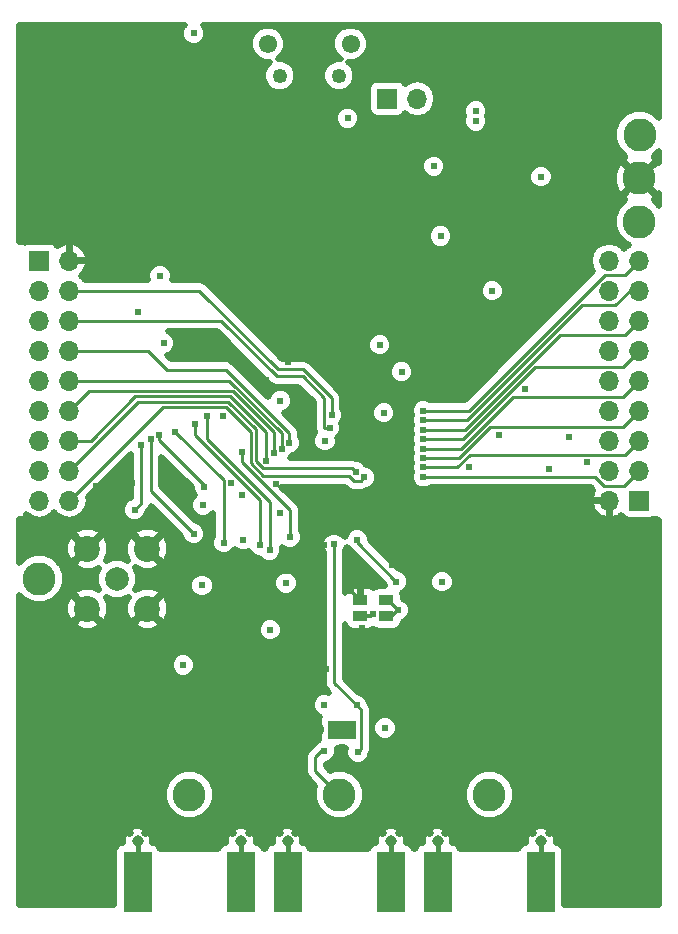
<source format=gbl>
%TF.GenerationSoftware,KiCad,Pcbnew,4.0.6*%
%TF.CreationDate,2017-05-01T22:06:23-07:00*%
%TF.ProjectId,rev3,726576332E6B696361645F7063620000,rev?*%
%TF.FileFunction,Copper,L4,Bot,Signal*%
%FSLAX46Y46*%
G04 Gerber Fmt 4.6, Leading zero omitted, Abs format (unit mm)*
G04 Created by KiCad (PCBNEW 4.0.6) date 05/01/17 22:06:23*
%MOMM*%
%LPD*%
G01*
G04 APERTURE LIST*
%ADD10C,0.100000*%
%ADD11C,0.609600*%
%ADD12C,7.000000*%
%ADD13C,0.600000*%
%ADD14R,1.700000X1.700000*%
%ADD15O,1.700000X1.700000*%
%ADD16C,2.800000*%
%ADD17C,2.200000*%
%ADD18C,2.000000*%
%ADD19R,2.420000X5.080000*%
%ADD20C,0.970000*%
%ADD21R,0.460000X0.890000*%
%ADD22R,1.200000X0.900000*%
%ADD23C,1.250000*%
%ADD24C,1.550000*%
%ADD25R,2.380000X1.650000*%
%ADD26R,3.600000X3.600000*%
%ADD27C,0.361950*%
%ADD28C,0.254000*%
%ADD29C,0.457200*%
%ADD30C,0.508000*%
G04 APERTURE END LIST*
D10*
D11*
X156210000Y-103124000D03*
X143510000Y-103124000D03*
D12*
X127000000Y-104140000D03*
D13*
X129625000Y-104140000D03*
X128856155Y-105996155D03*
X127000000Y-106765000D03*
X125143845Y-105996155D03*
X124375000Y-104140000D03*
X125143845Y-102283845D03*
X127000000Y-101515000D03*
X128856155Y-102283845D03*
D12*
X172720000Y-104140000D03*
D13*
X175345000Y-104140000D03*
X174576155Y-105996155D03*
X172720000Y-106765000D03*
X170863845Y-105996155D03*
X170095000Y-104140000D03*
X170863845Y-102283845D03*
X172720000Y-101515000D03*
X174576155Y-102283845D03*
D12*
X172720000Y-38100000D03*
D13*
X175345000Y-38100000D03*
X174576155Y-39956155D03*
X172720000Y-40725000D03*
X170863845Y-39956155D03*
X170095000Y-38100000D03*
X170863845Y-36243845D03*
X172720000Y-35475000D03*
X174576155Y-36243845D03*
D14*
X124460000Y-53848000D03*
D15*
X127000000Y-53848000D03*
X124460000Y-56388000D03*
X127000000Y-56388000D03*
X124460000Y-58928000D03*
X127000000Y-58928000D03*
X124460000Y-61468000D03*
X127000000Y-61468000D03*
X124460000Y-64008000D03*
X127000000Y-64008000D03*
X124460000Y-66548000D03*
X127000000Y-66548000D03*
X124460000Y-69088000D03*
X127000000Y-69088000D03*
X124460000Y-71628000D03*
X127000000Y-71628000D03*
X124460000Y-74168000D03*
X127000000Y-74168000D03*
D16*
X175260000Y-50546000D03*
X175298100Y-43180000D03*
X175260000Y-46863000D03*
D17*
X128524000Y-83312000D03*
X128524000Y-78232000D03*
X133604000Y-78232000D03*
X133604000Y-83312000D03*
D18*
X131064000Y-80772000D03*
D19*
X158180000Y-106426000D03*
X166940000Y-106426000D03*
D20*
X158180000Y-102986000D03*
X166940000Y-102986000D03*
D21*
X158180000Y-103436000D03*
X166940000Y-103436000D03*
D14*
X175260000Y-74168000D03*
D15*
X172720000Y-74168000D03*
X175260000Y-71628000D03*
X172720000Y-71628000D03*
X175260000Y-69088000D03*
X172720000Y-69088000D03*
X175260000Y-66548000D03*
X172720000Y-66548000D03*
X175260000Y-64008000D03*
X172720000Y-64008000D03*
X175260000Y-61468000D03*
X172720000Y-61468000D03*
X175260000Y-58928000D03*
X172720000Y-58928000D03*
X175260000Y-56388000D03*
X172720000Y-56388000D03*
X175260000Y-53848000D03*
X172720000Y-53848000D03*
D19*
X132780000Y-106426000D03*
X141540000Y-106426000D03*
D20*
X132780000Y-102986000D03*
X141540000Y-102986000D03*
D21*
X132780000Y-103436000D03*
X141540000Y-103436000D03*
D19*
X145480000Y-106426000D03*
X154240000Y-106426000D03*
D20*
X145480000Y-102986000D03*
X154240000Y-102986000D03*
D21*
X145480000Y-103436000D03*
X154240000Y-103436000D03*
D14*
X153924000Y-40132000D03*
D15*
X156464000Y-40132000D03*
D22*
X151650093Y-83966739D03*
X153850093Y-83966739D03*
X153840093Y-82606739D03*
X151640093Y-82606739D03*
D16*
X124460000Y-80772000D03*
X162560000Y-99060000D03*
X137160000Y-99060000D03*
X149860000Y-99060000D03*
D12*
X127000000Y-38100000D03*
D13*
X129625000Y-38100000D03*
X128856155Y-39956155D03*
X127000000Y-40725000D03*
X125143845Y-39956155D03*
X124375000Y-38100000D03*
X125143845Y-36243845D03*
X127000000Y-35475000D03*
X128856155Y-36243845D03*
D23*
X149820000Y-38180000D03*
X144820000Y-38180000D03*
D24*
X150820000Y-35480000D03*
X143820000Y-35480000D03*
D11*
X169926000Y-84328000D03*
X147066000Y-90932000D03*
X139954000Y-97790000D03*
X142240000Y-95631000D03*
X144526000Y-93472000D03*
X142748000Y-97790000D03*
X144526000Y-95885000D03*
X147066000Y-94869000D03*
X153924000Y-85217000D03*
X151765000Y-84963000D03*
X151003000Y-80391000D03*
X154305000Y-79629000D03*
X134239000Y-88138000D03*
X132588000Y-88138000D03*
X131318000Y-89535000D03*
X131318000Y-91694000D03*
X132588000Y-93091000D03*
X139700000Y-100076000D03*
X141795500Y-100076000D03*
X143891000Y-100076000D03*
X145986500Y-100838000D03*
X148082000Y-100838000D03*
X160782000Y-89471500D03*
X159004000Y-86106000D03*
X159893000Y-82550000D03*
X161036000Y-86918800D03*
X161036000Y-84328000D03*
X152019000Y-89281000D03*
X153162000Y-90551000D03*
X155638500Y-89852500D03*
X156591000Y-87757000D03*
X154178000Y-88265000D03*
X157099000Y-91440000D03*
X158496000Y-94234000D03*
X156337000Y-97282000D03*
X158686500Y-97282000D03*
X161036000Y-97282000D03*
X161036000Y-94691200D03*
X161036000Y-92100400D03*
X134239000Y-93091000D03*
X136017000Y-92392500D03*
X137985500Y-92392500D03*
X139827000Y-92392500D03*
X143764000Y-90551000D03*
X145732500Y-89027000D03*
X147129500Y-87693500D03*
X148488400Y-83921600D03*
X141668500Y-93154500D03*
X139827000Y-94996000D03*
X138366500Y-96520000D03*
X136017000Y-96837500D03*
X134747000Y-98298000D03*
X135064500Y-100076000D03*
X159829500Y-100139500D03*
X157384750Y-100139500D03*
X154940000Y-99123500D03*
X153289000Y-97790000D03*
X152082500Y-99250500D03*
X152971500Y-100520500D03*
X154749500Y-101663500D03*
X158813500Y-101663500D03*
X161099500Y-101663500D03*
X160337500Y-103251000D03*
X164592000Y-103314500D03*
X166243000Y-101473000D03*
X164973000Y-99060000D03*
X163830000Y-96139000D03*
X163830000Y-93586300D03*
X163830000Y-91033600D03*
X163830000Y-88480900D03*
X163830000Y-85928200D03*
X163830000Y-83375500D03*
X162179000Y-81534000D03*
X159956500Y-79311500D03*
X157734000Y-77978000D03*
X155384500Y-77216000D03*
X153416000Y-77279500D03*
X148463000Y-80391000D03*
X148526500Y-77914500D03*
X146621500Y-76517500D03*
X146748500Y-73215500D03*
X144462500Y-72771000D03*
X140716000Y-72707500D03*
X136080500Y-72644000D03*
X137160000Y-75057000D03*
X132334000Y-72707500D03*
X129286000Y-72898000D03*
X137668000Y-80137000D03*
X136715500Y-78041500D03*
X135128000Y-80454500D03*
X151955500Y-103251000D03*
X147701000Y-103251000D03*
X139319000Y-103251000D03*
X134937500Y-103124000D03*
X135699500Y-101663500D03*
X123190000Y-99060000D03*
X123190000Y-93980000D03*
X123190000Y-88900000D03*
X123126500Y-83820000D03*
X176530000Y-90170000D03*
X176530000Y-100330000D03*
X176530000Y-95250000D03*
X176530000Y-85090000D03*
X176530000Y-80010000D03*
X170815000Y-70929500D03*
X169291000Y-68770500D03*
X165544500Y-64706500D03*
X162179000Y-61722000D03*
X160909000Y-65024000D03*
X165227000Y-57340500D03*
X168084500Y-57340500D03*
X166497000Y-54165500D03*
X170751500Y-54546500D03*
X153543000Y-74485500D03*
X156972000Y-73279000D03*
X160845500Y-71310500D03*
X163385500Y-68643500D03*
X167640000Y-71501000D03*
X166878000Y-76835000D03*
X170434000Y-92837000D03*
X150939500Y-64897000D03*
X152527000Y-66357500D03*
X148082000Y-62230000D03*
X151130000Y-59182000D03*
X151193500Y-63055500D03*
X143637000Y-63944500D03*
X145859500Y-65214500D03*
X140017500Y-66992500D03*
X139319000Y-59944000D03*
X132842000Y-58229500D03*
X139192000Y-55943500D03*
X129730500Y-55245000D03*
X136017000Y-50609500D03*
X141605000Y-55181500D03*
X141224000Y-49593500D03*
X139319000Y-54165500D03*
X123063000Y-52133500D03*
X123190000Y-47625000D03*
X123126500Y-42545000D03*
X135826500Y-34290000D03*
X132016500Y-34290000D03*
X144462500Y-46228000D03*
X145923000Y-43307000D03*
X148653500Y-49276000D03*
X151447500Y-46418500D03*
X158051500Y-53784500D03*
X155892500Y-55880000D03*
X160845500Y-51054000D03*
X150177500Y-54927500D03*
X149860000Y-57150000D03*
X155384500Y-51244500D03*
X154178000Y-47561500D03*
X159702500Y-46101000D03*
X152273000Y-38735000D03*
X158178500Y-49530000D03*
X137096500Y-42354500D03*
X130175000Y-47307500D03*
X137541000Y-61849000D03*
X141287500Y-61849000D03*
X129159000Y-96774000D03*
X148971000Y-40957500D03*
X147891500Y-47244000D03*
X144970500Y-50927000D03*
X138747500Y-89916000D03*
X139573000Y-86423500D03*
X144272000Y-55499000D03*
X138938000Y-84264500D03*
X133096000Y-85750400D03*
X173355000Y-52070000D03*
X158242000Y-41148000D03*
X154178000Y-34290000D03*
X159385000Y-34290000D03*
X164465000Y-34290000D03*
X168910000Y-34290000D03*
X163322000Y-43434000D03*
X168275000Y-43561000D03*
X142557500Y-38735000D03*
D25*
X150113000Y-93555144D03*
D11*
X149324600Y-93131744D03*
X150113000Y-93131744D03*
X150901400Y-93131744D03*
X149324600Y-93978544D03*
X150113000Y-93978544D03*
X150901400Y-93978544D03*
D26*
X141758306Y-81564684D03*
D11*
X143035306Y-80291684D03*
X143035306Y-81141684D03*
X143035306Y-81991684D03*
X143035306Y-82841684D03*
X142185306Y-80291684D03*
X142185306Y-81141684D03*
X142185306Y-81991684D03*
X142185306Y-82841684D03*
X141335306Y-80291684D03*
X141335306Y-81141684D03*
X141335306Y-81991684D03*
X141335306Y-82841684D03*
X140485306Y-80291684D03*
X140485306Y-81141684D03*
X140485306Y-81991684D03*
X140485306Y-82841684D03*
X138303000Y-74549000D03*
X135001000Y-60833000D03*
X158559500Y-81026000D03*
X153733500Y-93408500D03*
X148590000Y-91440000D03*
X152754792Y-83727779D03*
X144018000Y-85090000D03*
X141698692Y-77453332D03*
X144879717Y-65686283D03*
X148653500Y-69088000D03*
X145351500Y-81144500D03*
X158432500Y-51752500D03*
X144847960Y-75179540D03*
X155130500Y-63246000D03*
X134683500Y-55118000D03*
X138239500Y-81343500D03*
X153626946Y-66711752D03*
X162814000Y-56388000D03*
X153289000Y-60960000D03*
X166941500Y-46736000D03*
X157861000Y-45847000D03*
X161417000Y-42037000D03*
X161417000Y-41148000D03*
X137541000Y-34607500D03*
X150558500Y-41783000D03*
X136652000Y-88067458D03*
X149225004Y-66929000D03*
X149034484Y-68008500D03*
X145633858Y-69286885D03*
X144977944Y-69745094D03*
X144292729Y-70158203D03*
X143670419Y-70771728D03*
X151241999Y-71732760D03*
X151986381Y-72200255D03*
X156972000Y-72148721D03*
X156972000Y-71348618D03*
X156972000Y-70548515D03*
X156972000Y-69748412D03*
X156972000Y-68948309D03*
X156972000Y-68148206D03*
X156972000Y-67348103D03*
X156972000Y-66548000D03*
X150876000Y-81851556D03*
X155194000Y-94488000D03*
X149987000Y-73533000D03*
X146761755Y-92737644D03*
X148717000Y-88392000D03*
X141605000Y-73660000D03*
X147574000Y-66802000D03*
X146339547Y-61425879D03*
X140425790Y-57313210D03*
X145505790Y-62393210D03*
X148082000Y-85153500D03*
X146367500Y-37084000D03*
X146367500Y-39560500D03*
X155384500Y-64960500D03*
X154051000Y-62484000D03*
X149606000Y-58420000D03*
X148082000Y-59690000D03*
X134874000Y-53530500D03*
X151447500Y-67754500D03*
X157543500Y-83312000D03*
X154876500Y-72707500D03*
X160782000Y-62801500D03*
X169672000Y-49403000D03*
X155003500Y-43942000D03*
X140906500Y-34544000D03*
X152463500Y-42164000D03*
X146050000Y-53086000D03*
X146685000Y-78232000D03*
X135453000Y-86050000D03*
X157353000Y-81280000D03*
X153289000Y-49834800D03*
X141605000Y-70027800D03*
X145694400Y-77266800D03*
X132524500Y-74930000D03*
X133108734Y-69469000D03*
X148590000Y-95377000D03*
X138658600Y-67005200D03*
X143961698Y-78359000D03*
X137642600Y-67703647D03*
X143129000Y-77914500D03*
X135966200Y-68325957D03*
X140080984Y-77724000D03*
X138430000Y-73025000D03*
X134620000Y-68580000D03*
X137541000Y-76962000D03*
X133891614Y-68911084D03*
X151320500Y-91503516D03*
X149415500Y-77851000D03*
X151433329Y-95463604D03*
X151384012Y-77470000D03*
X154696457Y-81014641D03*
X154842246Y-83446115D03*
D27*
X151650093Y-83966739D02*
X152515832Y-83966739D01*
X152515832Y-83966739D02*
X152754792Y-83727779D01*
D28*
X127000000Y-56388000D02*
X137998200Y-56388000D01*
X137998200Y-56388000D02*
X144665700Y-63055500D01*
X144665700Y-63055500D02*
X146812000Y-63055500D01*
X146812000Y-63055500D02*
X149225004Y-65468504D01*
X149225004Y-65468504D02*
X149225004Y-66929000D01*
X127000000Y-58928000D02*
X139852400Y-58928000D01*
X139852400Y-58928000D02*
X144551400Y-63627000D01*
X144551400Y-63627000D02*
X146754868Y-63627000D01*
X146754868Y-63627000D02*
X148602703Y-65474835D01*
X148602703Y-65474835D02*
X148602703Y-67436271D01*
X148602703Y-67436271D02*
X148603432Y-67437000D01*
X148603432Y-67437000D02*
X148603432Y-68008500D01*
X148603432Y-68008500D02*
X149034484Y-68008500D01*
X127000000Y-61468000D02*
X133629400Y-61468000D01*
X133629400Y-61468000D02*
X135255000Y-63093600D01*
X135255000Y-63093600D02*
X140277765Y-63093600D01*
X140277765Y-63093600D02*
X145633858Y-68449693D01*
X145633858Y-68449693D02*
X145633858Y-69286885D01*
X144977944Y-68422412D02*
X144977944Y-69745094D01*
X127000000Y-64008000D02*
X140563532Y-64008000D01*
X140563532Y-64008000D02*
X144977944Y-68422412D01*
X127000000Y-66548000D02*
X128651011Y-64896989D01*
X144292729Y-68365830D02*
X144292729Y-70158203D01*
X128651011Y-64896989D02*
X140823888Y-64896989D01*
X140823888Y-64896989D02*
X144292729Y-68365830D01*
X143670419Y-70771728D02*
X143670419Y-68372153D01*
X143670419Y-68372153D02*
X140639766Y-65341500D01*
X140639766Y-65341500D02*
X132575300Y-65341500D01*
X132575300Y-65341500D02*
X128828800Y-69088000D01*
X128828800Y-69088000D02*
X127000000Y-69088000D01*
X140455643Y-65786009D02*
X142798812Y-68129178D01*
X127000000Y-71628000D02*
X132841990Y-65786010D01*
X150927279Y-71418040D02*
X151241999Y-71732760D01*
X132841990Y-65786010D02*
X140455643Y-65786009D01*
X142798812Y-70821127D02*
X143395725Y-71418040D01*
X142798812Y-68129178D02*
X142798812Y-70821127D01*
X143395725Y-71418040D02*
X150927279Y-71418040D01*
X151681582Y-72505054D02*
X151986381Y-72200255D01*
X127000000Y-74168000D02*
X134937480Y-66230520D01*
X134937480Y-66230520D02*
X140271521Y-66230520D01*
X150683357Y-72085200D02*
X151103211Y-72505054D01*
X151103211Y-72505054D02*
X151681582Y-72505054D01*
X140271521Y-66230520D02*
X142354301Y-68313300D01*
X142354301Y-71005249D02*
X143434252Y-72085200D01*
X142354301Y-68313300D02*
X142354301Y-71005249D01*
X143434252Y-72085200D02*
X150683357Y-72085200D01*
X156972000Y-72148721D02*
X156984721Y-72136000D01*
X156984721Y-72136000D02*
X171500098Y-72136000D01*
X171500098Y-72136000D02*
X172262098Y-72898000D01*
X172262098Y-72898000D02*
X173990000Y-72898000D01*
X173990000Y-72898000D02*
X175260000Y-71628000D01*
X175260000Y-69088000D02*
X174092499Y-70255501D01*
X174092499Y-70255501D02*
X160922527Y-70255501D01*
X160922527Y-70255501D02*
X159829410Y-71348618D01*
X159829410Y-71348618D02*
X156972000Y-71348618D01*
X175260000Y-66548000D02*
X173887501Y-67920499D01*
X173887501Y-67920499D02*
X162628897Y-67920499D01*
X162628897Y-67920499D02*
X160000881Y-70548515D01*
X160000881Y-70548515D02*
X156972000Y-70548515D01*
X175260000Y-64008000D02*
X173887501Y-65380499D01*
X160172352Y-69748412D02*
X156972000Y-69748412D01*
X173887501Y-65380499D02*
X164540265Y-65380499D01*
X164540265Y-65380499D02*
X160172352Y-69748412D01*
X175260000Y-61468000D02*
X173887501Y-62840499D01*
X173887501Y-62840499D02*
X166451633Y-62840499D01*
X166451633Y-62840499D02*
X160343823Y-68948309D01*
X160343823Y-68948309D02*
X156972000Y-68948309D01*
X156972000Y-68148206D02*
X160515294Y-68148206D01*
X160515294Y-68148206D02*
X168567999Y-60095501D01*
X168567999Y-60095501D02*
X174092499Y-60095501D01*
X174092499Y-60095501D02*
X175260000Y-58928000D01*
X175260000Y-56388000D02*
X174447902Y-56388000D01*
X174447902Y-56388000D02*
X173241402Y-57594500D01*
X173241402Y-57594500D02*
X170414230Y-57594500D01*
X170414230Y-57594500D02*
X160660627Y-67348103D01*
X160660627Y-67348103D02*
X156972000Y-67348103D01*
X156972000Y-66548000D02*
X160832098Y-66548000D01*
X160832098Y-66548000D02*
X172364597Y-55015501D01*
X172364597Y-55015501D02*
X174092499Y-55015501D01*
X174092499Y-55015501D02*
X175260000Y-53848000D01*
D29*
X166940000Y-102986000D02*
X166940000Y-106426000D01*
X158180000Y-102986000D02*
X158180000Y-106426000D01*
X154240000Y-102986000D02*
X154240000Y-106426000D01*
X145480000Y-102986000D02*
X145480000Y-106426000D01*
X141540000Y-102986000D02*
X141540000Y-106426000D01*
X132780000Y-102986000D02*
X132780000Y-106426000D01*
D27*
X151640093Y-82606739D02*
X151631183Y-82606739D01*
X151631183Y-82606739D02*
X150876000Y-81851556D01*
D28*
X141605000Y-70891400D02*
X141605000Y-70027800D01*
X145694400Y-74980800D02*
X141605000Y-70891400D01*
X145694400Y-77266800D02*
X145694400Y-74980800D01*
X133108734Y-69469000D02*
X133108734Y-74345766D01*
X133108734Y-74345766D02*
X132524500Y-74930000D01*
X148590000Y-95377000D02*
X148336000Y-95377000D01*
X148336000Y-95377000D02*
X147828000Y-95885000D01*
X147828000Y-95885000D02*
X147828000Y-97028000D01*
X147828000Y-97028000D02*
X149860000Y-99060000D01*
X143961698Y-78359000D02*
X143961698Y-74238698D01*
X143961698Y-74238698D02*
X138658600Y-68935600D01*
X138658600Y-68935600D02*
X138658600Y-67005200D01*
X143129000Y-77914500D02*
X143129000Y-74066400D01*
X143129000Y-74066400D02*
X137642600Y-68580000D01*
X137642600Y-68580000D02*
X137642600Y-67703647D01*
X140080984Y-77724000D02*
X140080984Y-72440741D01*
X140080984Y-72440741D02*
X135966200Y-68325957D01*
X134620000Y-68580000D02*
X134620000Y-69037200D01*
X138430000Y-72847200D02*
X138430000Y-73025000D01*
X134620000Y-69037200D02*
X138430000Y-72847200D01*
X133891614Y-68911084D02*
X133891614Y-73312614D01*
X133891614Y-73312614D02*
X137541000Y-76962000D01*
X151738128Y-95158805D02*
X151738128Y-91921144D01*
X151433329Y-95463604D02*
X151738128Y-95158805D01*
X151738128Y-91921144D02*
X151320500Y-91503516D01*
X149415500Y-77851000D02*
X149415500Y-89598516D01*
X149415500Y-89598516D02*
X151320500Y-91503516D01*
X151384012Y-77702196D02*
X151384012Y-77470000D01*
X154696457Y-81014641D02*
X151384012Y-77702196D01*
D27*
X153850093Y-83966739D02*
X154321622Y-83966739D01*
X154321622Y-83966739D02*
X154842246Y-83446115D01*
X153840093Y-82606739D02*
X154002870Y-82606739D01*
X154002870Y-82606739D02*
X154842246Y-83446115D01*
D30*
G36*
X136637138Y-34002417D02*
X136474385Y-34394369D01*
X136474015Y-34818769D01*
X136636084Y-35211004D01*
X136935917Y-35511362D01*
X137327869Y-35674115D01*
X137752269Y-35674485D01*
X138144504Y-35512416D01*
X138444862Y-35212583D01*
X138607615Y-34820631D01*
X138607985Y-34396231D01*
X138445916Y-34003996D01*
X138299177Y-33857000D01*
X176963000Y-33857000D01*
X176963000Y-41787607D01*
X176524374Y-41348214D01*
X175730035Y-41018376D01*
X174869938Y-41017626D01*
X174075025Y-41346077D01*
X173466314Y-41953726D01*
X173136476Y-42748065D01*
X173135726Y-43608162D01*
X173464177Y-44403075D01*
X174070908Y-45010866D01*
X174054563Y-45017437D01*
X174016223Y-45043055D01*
X173881598Y-45394795D01*
X175260000Y-46773197D01*
X176638402Y-45394795D01*
X176503777Y-45043055D01*
X176477645Y-45031909D01*
X176521175Y-45013923D01*
X176963000Y-44572869D01*
X176963000Y-45574463D01*
X176728205Y-45484598D01*
X175349803Y-46863000D01*
X176728205Y-48241402D01*
X176963000Y-48151537D01*
X176963000Y-49191773D01*
X176486274Y-48714214D01*
X176468207Y-48706712D01*
X176503777Y-48682945D01*
X176638402Y-48331205D01*
X175260000Y-46952803D01*
X173881598Y-48331205D01*
X174016223Y-48682945D01*
X174061103Y-48702087D01*
X174036925Y-48712077D01*
X173428214Y-49319726D01*
X173098376Y-50114065D01*
X173097626Y-50974162D01*
X173426077Y-51769075D01*
X174033726Y-52377786D01*
X174372469Y-52518444D01*
X174088563Y-52708144D01*
X173990000Y-52855654D01*
X173891437Y-52708144D01*
X173368467Y-52358706D01*
X172751581Y-52236000D01*
X172688419Y-52236000D01*
X172071533Y-52358706D01*
X171548563Y-52708144D01*
X171199125Y-53231114D01*
X171076419Y-53848000D01*
X171199125Y-54464886D01*
X171382915Y-54739947D01*
X160463862Y-65659000D01*
X157591919Y-65659000D01*
X157577083Y-65644138D01*
X157185131Y-65481385D01*
X156760731Y-65481015D01*
X156368496Y-65643084D01*
X156068138Y-65942917D01*
X155905385Y-66334869D01*
X155905015Y-66759269D01*
X155983010Y-66948030D01*
X155905385Y-67134972D01*
X155905015Y-67559372D01*
X155983010Y-67748133D01*
X155905385Y-67935075D01*
X155905015Y-68359475D01*
X155983010Y-68548236D01*
X155905385Y-68735178D01*
X155905015Y-69159578D01*
X155983010Y-69348339D01*
X155905385Y-69535281D01*
X155905015Y-69959681D01*
X155983010Y-70148442D01*
X155905385Y-70335384D01*
X155905015Y-70759784D01*
X155983010Y-70948545D01*
X155905385Y-71135487D01*
X155905015Y-71559887D01*
X155983010Y-71748648D01*
X155905385Y-71935590D01*
X155905015Y-72359990D01*
X156067084Y-72752225D01*
X156366917Y-73052583D01*
X156758869Y-73215336D01*
X157183269Y-73215706D01*
X157575504Y-73053637D01*
X157604191Y-73025000D01*
X171131862Y-73025000D01*
X171379523Y-73272661D01*
X171139016Y-73853305D01*
X171299919Y-74104500D01*
X172656500Y-74104500D01*
X172656500Y-74084500D01*
X172783500Y-74084500D01*
X172783500Y-74104500D01*
X172803500Y-74104500D01*
X172803500Y-74231500D01*
X172783500Y-74231500D01*
X172783500Y-75588253D01*
X173034695Y-75748988D01*
X173615758Y-75508214D01*
X173739984Y-75383955D01*
X173853092Y-75559729D01*
X174107731Y-75733717D01*
X174410000Y-75794928D01*
X176110000Y-75794928D01*
X176392380Y-75741795D01*
X176481379Y-75684525D01*
X176564682Y-75738129D01*
X176655764Y-75755497D01*
X176963000Y-75756992D01*
X176963000Y-108383000D01*
X168912000Y-108383000D01*
X168912000Y-106680000D01*
X168910000Y-106678000D01*
X168910000Y-106174000D01*
X168912000Y-106172000D01*
X168912000Y-103734429D01*
X168795992Y-103454362D01*
X168581638Y-103240008D01*
X168301571Y-103124000D01*
X168188547Y-103124000D01*
X168184276Y-102724635D01*
X168004649Y-102290977D01*
X167747914Y-102267889D01*
X167636217Y-102379587D01*
X167601638Y-102345008D01*
X167523539Y-102312658D01*
X167658111Y-102178086D01*
X167635023Y-101921351D01*
X167174694Y-101736419D01*
X166678635Y-101741724D01*
X166244977Y-101921351D01*
X166221889Y-102178086D01*
X166356461Y-102312658D01*
X166278362Y-102345008D01*
X166243784Y-102379587D01*
X166132086Y-102267889D01*
X165875351Y-102290977D01*
X165690419Y-102751306D01*
X165694405Y-103124000D01*
X165578429Y-103124000D01*
X165298362Y-103240008D01*
X165084008Y-103454362D01*
X165010428Y-103632000D01*
X160109572Y-103632000D01*
X160035992Y-103454362D01*
X159821638Y-103240008D01*
X159541571Y-103124000D01*
X159428547Y-103124000D01*
X159424276Y-102724635D01*
X159244649Y-102290977D01*
X158987914Y-102267889D01*
X158876217Y-102379587D01*
X158841638Y-102345008D01*
X158763539Y-102312658D01*
X158898111Y-102178086D01*
X158875023Y-101921351D01*
X158414694Y-101736419D01*
X157918635Y-101741724D01*
X157484977Y-101921351D01*
X157461889Y-102178086D01*
X157596461Y-102312658D01*
X157518362Y-102345008D01*
X157483784Y-102379587D01*
X157372086Y-102267889D01*
X157115351Y-102290977D01*
X156930419Y-102751306D01*
X156934405Y-103124000D01*
X156818429Y-103124000D01*
X156538362Y-103240008D01*
X156324008Y-103454362D01*
X156250428Y-103632000D01*
X156169572Y-103632000D01*
X156095992Y-103454362D01*
X155881638Y-103240008D01*
X155601571Y-103124000D01*
X155488547Y-103124000D01*
X155484276Y-102724635D01*
X155304649Y-102290977D01*
X155047914Y-102267889D01*
X154936217Y-102379587D01*
X154901638Y-102345008D01*
X154823539Y-102312658D01*
X154958111Y-102178086D01*
X154935023Y-101921351D01*
X154474694Y-101736419D01*
X153978635Y-101741724D01*
X153544977Y-101921351D01*
X153521889Y-102178086D01*
X153656461Y-102312658D01*
X153578362Y-102345008D01*
X153543784Y-102379587D01*
X153432086Y-102267889D01*
X153175351Y-102290977D01*
X152990419Y-102751306D01*
X152994405Y-103124000D01*
X152878429Y-103124000D01*
X152598362Y-103240008D01*
X152384008Y-103454362D01*
X152310428Y-103632000D01*
X147409572Y-103632000D01*
X147335992Y-103454362D01*
X147121638Y-103240008D01*
X146841571Y-103124000D01*
X146728547Y-103124000D01*
X146724276Y-102724635D01*
X146544649Y-102290977D01*
X146287914Y-102267889D01*
X146176217Y-102379587D01*
X146141638Y-102345008D01*
X146063539Y-102312658D01*
X146198111Y-102178086D01*
X146175023Y-101921351D01*
X145714694Y-101736419D01*
X145218635Y-101741724D01*
X144784977Y-101921351D01*
X144761889Y-102178086D01*
X144896461Y-102312658D01*
X144818362Y-102345008D01*
X144783784Y-102379587D01*
X144672086Y-102267889D01*
X144415351Y-102290977D01*
X144230419Y-102751306D01*
X144234405Y-103124000D01*
X144118429Y-103124000D01*
X143838362Y-103240008D01*
X143624008Y-103454362D01*
X143550428Y-103632000D01*
X143469572Y-103632000D01*
X143395992Y-103454362D01*
X143181638Y-103240008D01*
X142901571Y-103124000D01*
X142788547Y-103124000D01*
X142784276Y-102724635D01*
X142604649Y-102290977D01*
X142347914Y-102267889D01*
X142236217Y-102379587D01*
X142201638Y-102345008D01*
X142123539Y-102312658D01*
X142258111Y-102178086D01*
X142235023Y-101921351D01*
X141774694Y-101736419D01*
X141278635Y-101741724D01*
X140844977Y-101921351D01*
X140821889Y-102178086D01*
X140956461Y-102312658D01*
X140878362Y-102345008D01*
X140843784Y-102379587D01*
X140732086Y-102267889D01*
X140475351Y-102290977D01*
X140290419Y-102751306D01*
X140294405Y-103124000D01*
X140178429Y-103124000D01*
X139898362Y-103240008D01*
X139684008Y-103454362D01*
X139610428Y-103632000D01*
X134709572Y-103632000D01*
X134635992Y-103454362D01*
X134421638Y-103240008D01*
X134141571Y-103124000D01*
X134028547Y-103124000D01*
X134024276Y-102724635D01*
X133844649Y-102290977D01*
X133587914Y-102267889D01*
X133476217Y-102379587D01*
X133441638Y-102345008D01*
X133363539Y-102312658D01*
X133498111Y-102178086D01*
X133475023Y-101921351D01*
X133014694Y-101736419D01*
X132518635Y-101741724D01*
X132084977Y-101921351D01*
X132061889Y-102178086D01*
X132196461Y-102312658D01*
X132118362Y-102345008D01*
X132083784Y-102379587D01*
X131972086Y-102267889D01*
X131715351Y-102290977D01*
X131530419Y-102751306D01*
X131534405Y-103124000D01*
X131418429Y-103124000D01*
X131138362Y-103240008D01*
X130924008Y-103454362D01*
X130808000Y-103734429D01*
X130808000Y-106172000D01*
X130820183Y-106184183D01*
X130822317Y-106665683D01*
X130808000Y-106680000D01*
X130808000Y-108383000D01*
X122757000Y-108383000D01*
X122757000Y-99488162D01*
X134997626Y-99488162D01*
X135326077Y-100283075D01*
X135933726Y-100891786D01*
X136728065Y-101221624D01*
X137588162Y-101222374D01*
X138383075Y-100893923D01*
X138991786Y-100286274D01*
X139321624Y-99491935D01*
X139322374Y-98631838D01*
X138993923Y-97836925D01*
X138386274Y-97228214D01*
X137591935Y-96898376D01*
X136731838Y-96897626D01*
X135936925Y-97226077D01*
X135328214Y-97833726D01*
X134998376Y-98628065D01*
X134997626Y-99488162D01*
X122757000Y-99488162D01*
X122757000Y-95885000D01*
X146939000Y-95885000D01*
X146939000Y-97028000D01*
X147006671Y-97368206D01*
X147199382Y-97656618D01*
X147836996Y-98294232D01*
X147698376Y-98628065D01*
X147697626Y-99488162D01*
X148026077Y-100283075D01*
X148633726Y-100891786D01*
X149428065Y-101221624D01*
X150288162Y-101222374D01*
X151083075Y-100893923D01*
X151691786Y-100286274D01*
X152021624Y-99491935D01*
X152021627Y-99488162D01*
X160397626Y-99488162D01*
X160726077Y-100283075D01*
X161333726Y-100891786D01*
X162128065Y-101221624D01*
X162988162Y-101222374D01*
X163783075Y-100893923D01*
X164391786Y-100286274D01*
X164721624Y-99491935D01*
X164722374Y-98631838D01*
X164393923Y-97836925D01*
X163786274Y-97228214D01*
X162991935Y-96898376D01*
X162131838Y-96897626D01*
X161336925Y-97226077D01*
X160728214Y-97833726D01*
X160398376Y-98628065D01*
X160397626Y-99488162D01*
X152021627Y-99488162D01*
X152022374Y-98631838D01*
X151693923Y-97836925D01*
X151086274Y-97228214D01*
X150291935Y-96898376D01*
X149431838Y-96897626D01*
X149094321Y-97037085D01*
X148717000Y-96659764D01*
X148717000Y-96443912D01*
X148801269Y-96443985D01*
X149193504Y-96281916D01*
X149493862Y-95982083D01*
X149656615Y-95590131D01*
X149656985Y-95165731D01*
X149647239Y-95142144D01*
X149859000Y-95142144D01*
X149952533Y-95048611D01*
X150267438Y-95042582D01*
X150367000Y-95142144D01*
X150411696Y-95142144D01*
X150366714Y-95250473D01*
X150366344Y-95674873D01*
X150528413Y-96067108D01*
X150828246Y-96367466D01*
X151220198Y-96530219D01*
X151644598Y-96530589D01*
X152036833Y-96368520D01*
X152337191Y-96068687D01*
X152499944Y-95676735D01*
X152500021Y-95587963D01*
X152559457Y-95499011D01*
X152627128Y-95158805D01*
X152627128Y-93619769D01*
X152666515Y-93619769D01*
X152828584Y-94012004D01*
X153128417Y-94312362D01*
X153520369Y-94475115D01*
X153944769Y-94475485D01*
X154337004Y-94313416D01*
X154637362Y-94013583D01*
X154800115Y-93621631D01*
X154800485Y-93197231D01*
X154638416Y-92804996D01*
X154338583Y-92504638D01*
X153946631Y-92341885D01*
X153522231Y-92341515D01*
X153129996Y-92503584D01*
X152829638Y-92803417D01*
X152666885Y-93195369D01*
X152666515Y-93619769D01*
X152627128Y-93619769D01*
X152627128Y-91921144D01*
X152559457Y-91580938D01*
X152387458Y-91323523D01*
X152387485Y-91292247D01*
X152225416Y-90900012D01*
X151925583Y-90599654D01*
X151533631Y-90436901D01*
X151511101Y-90436881D01*
X150304500Y-89230280D01*
X150304500Y-84583272D01*
X150326298Y-84699119D01*
X150493185Y-84958468D01*
X150747824Y-85132456D01*
X151050093Y-85193667D01*
X152250093Y-85193667D01*
X152532473Y-85140534D01*
X152752465Y-84998973D01*
X152947824Y-85132456D01*
X153250093Y-85193667D01*
X154450093Y-85193667D01*
X154732473Y-85140534D01*
X154991822Y-84973647D01*
X155165810Y-84719008D01*
X155221569Y-84443661D01*
X155445750Y-84351031D01*
X155746108Y-84051198D01*
X155908861Y-83659246D01*
X155909231Y-83234846D01*
X155747162Y-82842611D01*
X155447329Y-82542253D01*
X155217021Y-82446621D01*
X155217021Y-82156739D01*
X155181595Y-81968465D01*
X155299961Y-81919557D01*
X155600319Y-81619724D01*
X155759128Y-81237269D01*
X157492515Y-81237269D01*
X157654584Y-81629504D01*
X157954417Y-81929862D01*
X158346369Y-82092615D01*
X158770769Y-82092985D01*
X159163004Y-81930916D01*
X159463362Y-81631083D01*
X159626115Y-81239131D01*
X159626485Y-80814731D01*
X159464416Y-80422496D01*
X159164583Y-80122138D01*
X158772631Y-79959385D01*
X158348231Y-79959015D01*
X157955996Y-80121084D01*
X157655638Y-80420917D01*
X157492885Y-80812869D01*
X157492515Y-81237269D01*
X155759128Y-81237269D01*
X155763072Y-81227772D01*
X155763442Y-80803372D01*
X155601373Y-80411137D01*
X155301540Y-80110779D01*
X154909588Y-79948026D01*
X154887058Y-79948006D01*
X152450776Y-77511724D01*
X152450997Y-77258731D01*
X152288928Y-76866496D01*
X151989095Y-76566138D01*
X151597143Y-76403385D01*
X151172743Y-76403015D01*
X150780508Y-76565084D01*
X150480150Y-76864917D01*
X150320851Y-77248550D01*
X150320416Y-77247496D01*
X150020583Y-76947138D01*
X149628631Y-76784385D01*
X149204231Y-76784015D01*
X148811996Y-76946084D01*
X148511638Y-77245917D01*
X148348885Y-77637869D01*
X148348515Y-78062269D01*
X148510584Y-78454504D01*
X148526500Y-78470448D01*
X148526500Y-89598516D01*
X148594171Y-89938722D01*
X148786882Y-90227134D01*
X149025447Y-90465699D01*
X148803131Y-90373385D01*
X148378731Y-90373015D01*
X147986496Y-90535084D01*
X147686138Y-90834917D01*
X147523385Y-91226869D01*
X147523015Y-91651269D01*
X147685084Y-92043504D01*
X147984917Y-92343862D01*
X148218112Y-92440693D01*
X148161000Y-92578573D01*
X148161000Y-93301144D01*
X148288840Y-93428984D01*
X148342966Y-93559657D01*
X148299440Y-93670704D01*
X148161000Y-93809144D01*
X148161000Y-94399980D01*
X147986496Y-94472084D01*
X147714435Y-94743669D01*
X147707382Y-94748382D01*
X147199382Y-95256382D01*
X147006671Y-95544794D01*
X146939000Y-95885000D01*
X122757000Y-95885000D01*
X122757000Y-88278727D01*
X135585015Y-88278727D01*
X135747084Y-88670962D01*
X136046917Y-88971320D01*
X136438869Y-89134073D01*
X136863269Y-89134443D01*
X137255504Y-88972374D01*
X137555862Y-88672541D01*
X137718615Y-88280589D01*
X137718985Y-87856189D01*
X137556916Y-87463954D01*
X137257083Y-87163596D01*
X136865131Y-87000843D01*
X136440731Y-87000473D01*
X136048496Y-87162542D01*
X135748138Y-87462375D01*
X135585385Y-87854327D01*
X135585015Y-88278727D01*
X122757000Y-88278727D01*
X122757000Y-85301269D01*
X142951015Y-85301269D01*
X143113084Y-85693504D01*
X143412917Y-85993862D01*
X143804869Y-86156615D01*
X144229269Y-86156985D01*
X144621504Y-85994916D01*
X144921862Y-85695083D01*
X145084615Y-85303131D01*
X145084985Y-84878731D01*
X144922916Y-84486496D01*
X144623083Y-84186138D01*
X144231131Y-84023385D01*
X143806731Y-84023015D01*
X143414496Y-84185084D01*
X143114138Y-84484917D01*
X142951385Y-84876869D01*
X142951015Y-85301269D01*
X122757000Y-85301269D01*
X122757000Y-84563790D01*
X127362013Y-84563790D01*
X127460099Y-84884367D01*
X128142803Y-85171815D01*
X128883540Y-85176123D01*
X129569540Y-84896635D01*
X129587901Y-84884367D01*
X129685987Y-84563790D01*
X132442013Y-84563790D01*
X132540099Y-84884367D01*
X133222803Y-85171815D01*
X133963540Y-85176123D01*
X134649540Y-84896635D01*
X134667901Y-84884367D01*
X134765987Y-84563790D01*
X133604000Y-83401803D01*
X132442013Y-84563790D01*
X129685987Y-84563790D01*
X128524000Y-83401803D01*
X127362013Y-84563790D01*
X122757000Y-84563790D01*
X122757000Y-83671540D01*
X126659877Y-83671540D01*
X126939365Y-84357540D01*
X126951633Y-84375901D01*
X127272210Y-84473987D01*
X128434197Y-83312000D01*
X127272210Y-82150013D01*
X126951633Y-82248099D01*
X126664185Y-82930803D01*
X126659877Y-83671540D01*
X122757000Y-83671540D01*
X122757000Y-82126227D01*
X123233726Y-82603786D01*
X124028065Y-82933624D01*
X124888162Y-82934374D01*
X125683075Y-82605923D01*
X126291786Y-81998274D01*
X126621624Y-81203935D01*
X126622374Y-80343838D01*
X126293923Y-79548925D01*
X126228902Y-79483790D01*
X127362013Y-79483790D01*
X127460099Y-79804367D01*
X128142803Y-80091815D01*
X128883540Y-80096123D01*
X129549436Y-79824826D01*
X129302306Y-80419979D01*
X129301694Y-81120946D01*
X129550893Y-81724051D01*
X128905197Y-81452185D01*
X128164460Y-81447877D01*
X127478460Y-81727365D01*
X127460099Y-81739633D01*
X127362013Y-82060210D01*
X128524000Y-83222197D01*
X128538142Y-83208055D01*
X128627945Y-83297858D01*
X128613803Y-83312000D01*
X129775790Y-84473987D01*
X130096367Y-84375901D01*
X130383815Y-83693197D01*
X130388123Y-82952460D01*
X130116826Y-82286564D01*
X130711979Y-82533694D01*
X131412946Y-82534306D01*
X132016051Y-82285107D01*
X131744185Y-82930803D01*
X131739877Y-83671540D01*
X132019365Y-84357540D01*
X132031633Y-84375901D01*
X132352210Y-84473987D01*
X133514197Y-83312000D01*
X133693803Y-83312000D01*
X134855790Y-84473987D01*
X135176367Y-84375901D01*
X135463815Y-83693197D01*
X135468123Y-82952460D01*
X135188635Y-82266460D01*
X135176367Y-82248099D01*
X134855790Y-82150013D01*
X133693803Y-83312000D01*
X133514197Y-83312000D01*
X133500055Y-83297858D01*
X133589858Y-83208055D01*
X133604000Y-83222197D01*
X134765987Y-82060210D01*
X134667901Y-81739633D01*
X134228840Y-81554769D01*
X137172515Y-81554769D01*
X137334584Y-81947004D01*
X137634417Y-82247362D01*
X138026369Y-82410115D01*
X138450769Y-82410485D01*
X138843004Y-82248416D01*
X139143362Y-81948583D01*
X139306115Y-81556631D01*
X139306290Y-81355769D01*
X144284515Y-81355769D01*
X144446584Y-81748004D01*
X144746417Y-82048362D01*
X145138369Y-82211115D01*
X145562769Y-82211485D01*
X145955004Y-82049416D01*
X146255362Y-81749583D01*
X146418115Y-81357631D01*
X146418485Y-80933231D01*
X146256416Y-80540996D01*
X145956583Y-80240638D01*
X145564631Y-80077885D01*
X145140231Y-80077515D01*
X144747996Y-80239584D01*
X144447638Y-80539417D01*
X144284885Y-80931369D01*
X144284515Y-81355769D01*
X139306290Y-81355769D01*
X139306485Y-81132231D01*
X139144416Y-80739996D01*
X138844583Y-80439638D01*
X138452631Y-80276885D01*
X138028231Y-80276515D01*
X137635996Y-80438584D01*
X137335638Y-80738417D01*
X137172885Y-81130369D01*
X137172515Y-81554769D01*
X134228840Y-81554769D01*
X133985197Y-81452185D01*
X133244460Y-81447877D01*
X132578564Y-81719174D01*
X132825694Y-81124021D01*
X132826306Y-80423054D01*
X132577107Y-79819949D01*
X133222803Y-80091815D01*
X133963540Y-80096123D01*
X134649540Y-79816635D01*
X134667901Y-79804367D01*
X134765987Y-79483790D01*
X133604000Y-78321803D01*
X133589858Y-78335945D01*
X133500055Y-78246142D01*
X133514197Y-78232000D01*
X133693803Y-78232000D01*
X134855790Y-79393987D01*
X135176367Y-79295901D01*
X135463815Y-78613197D01*
X135468123Y-77872460D01*
X135188635Y-77186460D01*
X135176367Y-77168099D01*
X134855790Y-77070013D01*
X133693803Y-78232000D01*
X133514197Y-78232000D01*
X132352210Y-77070013D01*
X132031633Y-77168099D01*
X131744185Y-77850803D01*
X131739877Y-78591540D01*
X132011174Y-79257436D01*
X131416021Y-79010306D01*
X130715054Y-79009694D01*
X130111949Y-79258893D01*
X130383815Y-78613197D01*
X130388123Y-77872460D01*
X130108635Y-77186460D01*
X130096367Y-77168099D01*
X129775790Y-77070013D01*
X128613803Y-78232000D01*
X128627945Y-78246142D01*
X128538142Y-78335945D01*
X128524000Y-78321803D01*
X127362013Y-79483790D01*
X126228902Y-79483790D01*
X125686274Y-78940214D01*
X124891935Y-78610376D01*
X124031838Y-78609626D01*
X123236925Y-78938077D01*
X122757000Y-79417165D01*
X122757000Y-78591540D01*
X126659877Y-78591540D01*
X126939365Y-79277540D01*
X126951633Y-79295901D01*
X127272210Y-79393987D01*
X128434197Y-78232000D01*
X127272210Y-77070013D01*
X126951633Y-77168099D01*
X126664185Y-77850803D01*
X126659877Y-78591540D01*
X122757000Y-78591540D01*
X122757000Y-76980210D01*
X127362013Y-76980210D01*
X128524000Y-78142197D01*
X129685987Y-76980210D01*
X132442013Y-76980210D01*
X133604000Y-78142197D01*
X134765987Y-76980210D01*
X134667901Y-76659633D01*
X133985197Y-76372185D01*
X133244460Y-76367877D01*
X132558460Y-76647365D01*
X132540099Y-76659633D01*
X132442013Y-76980210D01*
X129685987Y-76980210D01*
X129587901Y-76659633D01*
X128905197Y-76372185D01*
X128164460Y-76367877D01*
X127478460Y-76647365D01*
X127460099Y-76659633D01*
X127362013Y-76980210D01*
X122757000Y-76980210D01*
X122757000Y-75692000D01*
X123063000Y-75692000D01*
X123161820Y-75671988D01*
X123245069Y-75615107D01*
X123299629Y-75530318D01*
X123317000Y-75438000D01*
X123317000Y-75326857D01*
X123811533Y-75657294D01*
X124428419Y-75780000D01*
X124491581Y-75780000D01*
X125108467Y-75657294D01*
X125631437Y-75307856D01*
X125730000Y-75160346D01*
X125828563Y-75307856D01*
X126351533Y-75657294D01*
X126968419Y-75780000D01*
X127031581Y-75780000D01*
X127648467Y-75657294D01*
X128171437Y-75307856D01*
X128520875Y-74784886D01*
X128643581Y-74168000D01*
X128579482Y-73845754D01*
X132219734Y-70205502D01*
X132219734Y-73901647D01*
X131920996Y-74025084D01*
X131620638Y-74324917D01*
X131457885Y-74716869D01*
X131457515Y-75141269D01*
X131619584Y-75533504D01*
X131919417Y-75833862D01*
X132311369Y-75996615D01*
X132735769Y-75996985D01*
X133128004Y-75834916D01*
X133428362Y-75535083D01*
X133591115Y-75143131D01*
X133591135Y-75120601D01*
X133737352Y-74974384D01*
X133930064Y-74685971D01*
X133942950Y-74621186D01*
X136474033Y-77152269D01*
X136474015Y-77173269D01*
X136636084Y-77565504D01*
X136935917Y-77865862D01*
X137327869Y-78028615D01*
X137752269Y-78028985D01*
X138144504Y-77866916D01*
X138444862Y-77567083D01*
X138607615Y-77175131D01*
X138607985Y-76750731D01*
X138445916Y-76358496D01*
X138146083Y-76058138D01*
X137754131Y-75895385D01*
X137731601Y-75895365D01*
X134780614Y-72944378D01*
X134780614Y-70455050D01*
X137363188Y-73037624D01*
X137363015Y-73236269D01*
X137525084Y-73628504D01*
X137619927Y-73723513D01*
X137399138Y-73943917D01*
X137236385Y-74335869D01*
X137236015Y-74760269D01*
X137398084Y-75152504D01*
X137697917Y-75452862D01*
X138089869Y-75615615D01*
X138514269Y-75615985D01*
X138906504Y-75453916D01*
X139191984Y-75168935D01*
X139191984Y-77104081D01*
X139177122Y-77118917D01*
X139014369Y-77510869D01*
X139013999Y-77935269D01*
X139176068Y-78327504D01*
X139475901Y-78627862D01*
X139867853Y-78790615D01*
X140292253Y-78790985D01*
X140684488Y-78628916D01*
X140984846Y-78329083D01*
X141008553Y-78271989D01*
X141093609Y-78357194D01*
X141485561Y-78519947D01*
X141909961Y-78520317D01*
X142179091Y-78409114D01*
X142224084Y-78518004D01*
X142523917Y-78818362D01*
X142915869Y-78981115D01*
X143075499Y-78981254D01*
X143356615Y-79262862D01*
X143748567Y-79425615D01*
X144172967Y-79425985D01*
X144565202Y-79263916D01*
X144865560Y-78964083D01*
X145028313Y-78572131D01*
X145028683Y-78147731D01*
X145002027Y-78083219D01*
X145089317Y-78170662D01*
X145481269Y-78333415D01*
X145905669Y-78333785D01*
X146297904Y-78171716D01*
X146598262Y-77871883D01*
X146761015Y-77479931D01*
X146761385Y-77055531D01*
X146599316Y-76663296D01*
X146583400Y-76647352D01*
X146583400Y-74980800D01*
X146515729Y-74640594D01*
X146410225Y-74482695D01*
X171139016Y-74482695D01*
X171379550Y-75063405D01*
X171824242Y-75508214D01*
X172405305Y-75748988D01*
X172656500Y-75588253D01*
X172656500Y-74231500D01*
X171299919Y-74231500D01*
X171139016Y-74482695D01*
X146410225Y-74482695D01*
X146323018Y-74352182D01*
X144945036Y-72974200D01*
X150315121Y-72974200D01*
X150474593Y-73133672D01*
X150763005Y-73326383D01*
X151103211Y-73394054D01*
X151681582Y-73394054D01*
X152021788Y-73326383D01*
X152110415Y-73267164D01*
X152197650Y-73267240D01*
X152589885Y-73105171D01*
X152890243Y-72805338D01*
X153052996Y-72413386D01*
X153053366Y-71988986D01*
X152891297Y-71596751D01*
X152591464Y-71296393D01*
X152199512Y-71133640D01*
X152148708Y-71133596D01*
X152146915Y-71129256D01*
X151847082Y-70828898D01*
X151455130Y-70666145D01*
X151371291Y-70666072D01*
X151267485Y-70596711D01*
X150927279Y-70529040D01*
X145702630Y-70529040D01*
X145881806Y-70350177D01*
X145887551Y-70336340D01*
X146237362Y-70191801D01*
X146537720Y-69891968D01*
X146700473Y-69500016D01*
X146700843Y-69075616D01*
X146538774Y-68683381D01*
X146522858Y-68667437D01*
X146522858Y-68449693D01*
X146455187Y-68109487D01*
X146262476Y-67821075D01*
X145164354Y-66722953D01*
X145483221Y-66591199D01*
X145783579Y-66291366D01*
X145946332Y-65899414D01*
X145946702Y-65475014D01*
X145784633Y-65082779D01*
X145484800Y-64782421D01*
X145092848Y-64619668D01*
X144668448Y-64619298D01*
X144276213Y-64781367D01*
X143975855Y-65081200D01*
X143842868Y-65401467D01*
X140906383Y-62464982D01*
X140803144Y-62396000D01*
X140617971Y-62272271D01*
X140277765Y-62204600D01*
X135623236Y-62204600D01*
X135287525Y-61868889D01*
X135604504Y-61737916D01*
X135904862Y-61438083D01*
X136067615Y-61046131D01*
X136067985Y-60621731D01*
X135905916Y-60229496D01*
X135606083Y-59929138D01*
X135336025Y-59817000D01*
X139484164Y-59817000D01*
X143922782Y-64255618D01*
X144211195Y-64448330D01*
X144551400Y-64516000D01*
X146386632Y-64516000D01*
X147713703Y-65843071D01*
X147713703Y-67436271D01*
X147714432Y-67439936D01*
X147714432Y-68008500D01*
X147782103Y-68348706D01*
X147822908Y-68409775D01*
X147749638Y-68482917D01*
X147586885Y-68874869D01*
X147586515Y-69299269D01*
X147748584Y-69691504D01*
X148048417Y-69991862D01*
X148440369Y-70154615D01*
X148864769Y-70154985D01*
X149257004Y-69992916D01*
X149557362Y-69693083D01*
X149720115Y-69301131D01*
X149720485Y-68876731D01*
X149707126Y-68844399D01*
X149938346Y-68613583D01*
X150101099Y-68221631D01*
X150101469Y-67797231D01*
X150032490Y-67630290D01*
X150128866Y-67534083D01*
X150291619Y-67142131D01*
X150291810Y-66923021D01*
X152559961Y-66923021D01*
X152722030Y-67315256D01*
X153021863Y-67615614D01*
X153413815Y-67778367D01*
X153838215Y-67778737D01*
X154230450Y-67616668D01*
X154530808Y-67316835D01*
X154693561Y-66924883D01*
X154693931Y-66500483D01*
X154531862Y-66108248D01*
X154232029Y-65807890D01*
X153840077Y-65645137D01*
X153415677Y-65644767D01*
X153023442Y-65806836D01*
X152723084Y-66106669D01*
X152560331Y-66498621D01*
X152559961Y-66923021D01*
X150291810Y-66923021D01*
X150291989Y-66717731D01*
X150129920Y-66325496D01*
X150114004Y-66309552D01*
X150114004Y-65468504D01*
X150046333Y-65128298D01*
X149853622Y-64839886D01*
X148471005Y-63457269D01*
X154063515Y-63457269D01*
X154225584Y-63849504D01*
X154525417Y-64149862D01*
X154917369Y-64312615D01*
X155341769Y-64312985D01*
X155734004Y-64150916D01*
X156034362Y-63851083D01*
X156197115Y-63459131D01*
X156197485Y-63034731D01*
X156035416Y-62642496D01*
X155735583Y-62342138D01*
X155343631Y-62179385D01*
X154919231Y-62179015D01*
X154526996Y-62341084D01*
X154226638Y-62640917D01*
X154063885Y-63032869D01*
X154063515Y-63457269D01*
X148471005Y-63457269D01*
X147440618Y-62426882D01*
X147336032Y-62357000D01*
X147152206Y-62234171D01*
X146812000Y-62166500D01*
X145033936Y-62166500D01*
X144038705Y-61171269D01*
X152222015Y-61171269D01*
X152384084Y-61563504D01*
X152683917Y-61863862D01*
X153075869Y-62026615D01*
X153500269Y-62026985D01*
X153892504Y-61864916D01*
X154192862Y-61565083D01*
X154355615Y-61173131D01*
X154355985Y-60748731D01*
X154193916Y-60356496D01*
X153894083Y-60056138D01*
X153502131Y-59893385D01*
X153077731Y-59893015D01*
X152685496Y-60055084D01*
X152385138Y-60354917D01*
X152222385Y-60746869D01*
X152222015Y-61171269D01*
X144038705Y-61171269D01*
X139466705Y-56599269D01*
X161747015Y-56599269D01*
X161909084Y-56991504D01*
X162208917Y-57291862D01*
X162600869Y-57454615D01*
X163025269Y-57454985D01*
X163417504Y-57292916D01*
X163717862Y-56993083D01*
X163880615Y-56601131D01*
X163880985Y-56176731D01*
X163718916Y-55784496D01*
X163419083Y-55484138D01*
X163027131Y-55321385D01*
X162602731Y-55321015D01*
X162210496Y-55483084D01*
X161910138Y-55782917D01*
X161747385Y-56174869D01*
X161747015Y-56599269D01*
X139466705Y-56599269D01*
X138626818Y-55759382D01*
X138572493Y-55723083D01*
X138338406Y-55566671D01*
X137998200Y-55499000D01*
X135680410Y-55499000D01*
X135750115Y-55331131D01*
X135750485Y-54906731D01*
X135588416Y-54514496D01*
X135288583Y-54214138D01*
X134896631Y-54051385D01*
X134472231Y-54051015D01*
X134079996Y-54213084D01*
X133779638Y-54512917D01*
X133616885Y-54904869D01*
X133616515Y-55329269D01*
X133686647Y-55499000D01*
X128339054Y-55499000D01*
X128171437Y-55248144D01*
X127970243Y-55113710D01*
X128340450Y-54743405D01*
X128580984Y-54162695D01*
X128420081Y-53911500D01*
X127063500Y-53911500D01*
X127063500Y-53931500D01*
X126936500Y-53931500D01*
X126936500Y-53911500D01*
X126916500Y-53911500D01*
X126916500Y-53784500D01*
X126936500Y-53784500D01*
X126936500Y-52427747D01*
X127063500Y-52427747D01*
X127063500Y-53784500D01*
X128420081Y-53784500D01*
X128580984Y-53533305D01*
X128340450Y-52952595D01*
X127895758Y-52507786D01*
X127314695Y-52267012D01*
X127063500Y-52427747D01*
X126936500Y-52427747D01*
X126685305Y-52267012D01*
X126104242Y-52507786D01*
X125980016Y-52632045D01*
X125866908Y-52456271D01*
X125612269Y-52282283D01*
X125310000Y-52221072D01*
X123610000Y-52221072D01*
X123327620Y-52274205D01*
X123238621Y-52331475D01*
X123155318Y-52277871D01*
X123071038Y-52260627D01*
X122757000Y-52250685D01*
X122757000Y-51963769D01*
X157365515Y-51963769D01*
X157527584Y-52356004D01*
X157827417Y-52656362D01*
X158219369Y-52819115D01*
X158643769Y-52819485D01*
X159036004Y-52657416D01*
X159336362Y-52357583D01*
X159499115Y-51965631D01*
X159499485Y-51541231D01*
X159337416Y-51148996D01*
X159037583Y-50848638D01*
X158645631Y-50685885D01*
X158221231Y-50685515D01*
X157828996Y-50847584D01*
X157528638Y-51147417D01*
X157365885Y-51539369D01*
X157365515Y-51963769D01*
X122757000Y-51963769D01*
X122757000Y-46947269D01*
X165874515Y-46947269D01*
X166036584Y-47339504D01*
X166336417Y-47639862D01*
X166728369Y-47802615D01*
X167152769Y-47802985D01*
X167545004Y-47640916D01*
X167845362Y-47341083D01*
X167874707Y-47270412D01*
X173093621Y-47270412D01*
X173414437Y-48068437D01*
X173440055Y-48106777D01*
X173791795Y-48241402D01*
X175170197Y-46863000D01*
X173791795Y-45484598D01*
X173440055Y-45619223D01*
X173102617Y-46410363D01*
X173093621Y-47270412D01*
X167874707Y-47270412D01*
X168008115Y-46949131D01*
X168008485Y-46524731D01*
X167846416Y-46132496D01*
X167546583Y-45832138D01*
X167154631Y-45669385D01*
X166730231Y-45669015D01*
X166337996Y-45831084D01*
X166037638Y-46130917D01*
X165874885Y-46522869D01*
X165874515Y-46947269D01*
X122757000Y-46947269D01*
X122757000Y-46058269D01*
X156794015Y-46058269D01*
X156956084Y-46450504D01*
X157255917Y-46750862D01*
X157647869Y-46913615D01*
X158072269Y-46913985D01*
X158464504Y-46751916D01*
X158764862Y-46452083D01*
X158927615Y-46060131D01*
X158927985Y-45635731D01*
X158765916Y-45243496D01*
X158466083Y-44943138D01*
X158074131Y-44780385D01*
X157649731Y-44780015D01*
X157257496Y-44942084D01*
X156957138Y-45241917D01*
X156794385Y-45633869D01*
X156794015Y-46058269D01*
X122757000Y-46058269D01*
X122757000Y-41994269D01*
X149491515Y-41994269D01*
X149653584Y-42386504D01*
X149953417Y-42686862D01*
X150345369Y-42849615D01*
X150769769Y-42849985D01*
X151162004Y-42687916D01*
X151462362Y-42388083D01*
X151625115Y-41996131D01*
X151625485Y-41571731D01*
X151463416Y-41179496D01*
X151163583Y-40879138D01*
X150771631Y-40716385D01*
X150347231Y-40716015D01*
X149954996Y-40878084D01*
X149654638Y-41177917D01*
X149491885Y-41569869D01*
X149491515Y-41994269D01*
X122757000Y-41994269D01*
X122757000Y-35784387D01*
X142282733Y-35784387D01*
X142516235Y-36349503D01*
X142948222Y-36782246D01*
X143512930Y-37016733D01*
X144021626Y-37017177D01*
X143644844Y-37393302D01*
X143433241Y-37902898D01*
X143432760Y-38454681D01*
X143643473Y-38964646D01*
X144033302Y-39355156D01*
X144542898Y-39566759D01*
X145094681Y-39567240D01*
X145604646Y-39356527D01*
X145995156Y-38966698D01*
X146206759Y-38457102D01*
X146206761Y-38454681D01*
X148432760Y-38454681D01*
X148643473Y-38964646D01*
X149033302Y-39355156D01*
X149542898Y-39566759D01*
X150094681Y-39567240D01*
X150604646Y-39356527D01*
X150679303Y-39282000D01*
X152297072Y-39282000D01*
X152297072Y-40982000D01*
X152350205Y-41264380D01*
X152517092Y-41523729D01*
X152771731Y-41697717D01*
X153074000Y-41758928D01*
X154774000Y-41758928D01*
X155056380Y-41705795D01*
X155315729Y-41538908D01*
X155428827Y-41373384D01*
X155847114Y-41652875D01*
X156464000Y-41775581D01*
X157080886Y-41652875D01*
X157520297Y-41359269D01*
X160350015Y-41359269D01*
X160446421Y-41592589D01*
X160350385Y-41823869D01*
X160350015Y-42248269D01*
X160512084Y-42640504D01*
X160811917Y-42940862D01*
X161203869Y-43103615D01*
X161628269Y-43103985D01*
X162020504Y-42941916D01*
X162320862Y-42642083D01*
X162483615Y-42250131D01*
X162483985Y-41825731D01*
X162387579Y-41592411D01*
X162483615Y-41361131D01*
X162483985Y-40936731D01*
X162321916Y-40544496D01*
X162022083Y-40244138D01*
X161630131Y-40081385D01*
X161205731Y-40081015D01*
X160813496Y-40243084D01*
X160513138Y-40542917D01*
X160350385Y-40934869D01*
X160350015Y-41359269D01*
X157520297Y-41359269D01*
X157603856Y-41303437D01*
X157953294Y-40780467D01*
X158076000Y-40163581D01*
X158076000Y-40100419D01*
X157953294Y-39483533D01*
X157603856Y-38960563D01*
X157080886Y-38611125D01*
X156464000Y-38488419D01*
X155847114Y-38611125D01*
X155428006Y-38891165D01*
X155330908Y-38740271D01*
X155076269Y-38566283D01*
X154774000Y-38505072D01*
X153074000Y-38505072D01*
X152791620Y-38558205D01*
X152532271Y-38725092D01*
X152358283Y-38979731D01*
X152297072Y-39282000D01*
X150679303Y-39282000D01*
X150995156Y-38966698D01*
X151206759Y-38457102D01*
X151207240Y-37905319D01*
X150996527Y-37395354D01*
X150618658Y-37016825D01*
X151124387Y-37017267D01*
X151689503Y-36783765D01*
X152122246Y-36351778D01*
X152356733Y-35787070D01*
X152357267Y-35175613D01*
X152123765Y-34610497D01*
X151691778Y-34177754D01*
X151127070Y-33943267D01*
X150515613Y-33942733D01*
X149950497Y-34176235D01*
X149517754Y-34608222D01*
X149283267Y-35172930D01*
X149282733Y-35784387D01*
X149516235Y-36349503D01*
X149948222Y-36782246D01*
X149974443Y-36793134D01*
X149545319Y-36792760D01*
X149035354Y-37003473D01*
X148644844Y-37393302D01*
X148433241Y-37902898D01*
X148432760Y-38454681D01*
X146206761Y-38454681D01*
X146207240Y-37905319D01*
X145996527Y-37395354D01*
X145606698Y-37004844D01*
X145097102Y-36793241D01*
X144667476Y-36792866D01*
X144689503Y-36783765D01*
X145122246Y-36351778D01*
X145356733Y-35787070D01*
X145357267Y-35175613D01*
X145123765Y-34610497D01*
X144691778Y-34177754D01*
X144127070Y-33943267D01*
X143515613Y-33942733D01*
X142950497Y-34176235D01*
X142517754Y-34608222D01*
X142283267Y-35172930D01*
X142282733Y-35784387D01*
X122757000Y-35784387D01*
X122757000Y-33857000D01*
X136782810Y-33857000D01*
X136637138Y-34002417D01*
X136637138Y-34002417D01*
G37*
X136637138Y-34002417D02*
X136474385Y-34394369D01*
X136474015Y-34818769D01*
X136636084Y-35211004D01*
X136935917Y-35511362D01*
X137327869Y-35674115D01*
X137752269Y-35674485D01*
X138144504Y-35512416D01*
X138444862Y-35212583D01*
X138607615Y-34820631D01*
X138607985Y-34396231D01*
X138445916Y-34003996D01*
X138299177Y-33857000D01*
X176963000Y-33857000D01*
X176963000Y-41787607D01*
X176524374Y-41348214D01*
X175730035Y-41018376D01*
X174869938Y-41017626D01*
X174075025Y-41346077D01*
X173466314Y-41953726D01*
X173136476Y-42748065D01*
X173135726Y-43608162D01*
X173464177Y-44403075D01*
X174070908Y-45010866D01*
X174054563Y-45017437D01*
X174016223Y-45043055D01*
X173881598Y-45394795D01*
X175260000Y-46773197D01*
X176638402Y-45394795D01*
X176503777Y-45043055D01*
X176477645Y-45031909D01*
X176521175Y-45013923D01*
X176963000Y-44572869D01*
X176963000Y-45574463D01*
X176728205Y-45484598D01*
X175349803Y-46863000D01*
X176728205Y-48241402D01*
X176963000Y-48151537D01*
X176963000Y-49191773D01*
X176486274Y-48714214D01*
X176468207Y-48706712D01*
X176503777Y-48682945D01*
X176638402Y-48331205D01*
X175260000Y-46952803D01*
X173881598Y-48331205D01*
X174016223Y-48682945D01*
X174061103Y-48702087D01*
X174036925Y-48712077D01*
X173428214Y-49319726D01*
X173098376Y-50114065D01*
X173097626Y-50974162D01*
X173426077Y-51769075D01*
X174033726Y-52377786D01*
X174372469Y-52518444D01*
X174088563Y-52708144D01*
X173990000Y-52855654D01*
X173891437Y-52708144D01*
X173368467Y-52358706D01*
X172751581Y-52236000D01*
X172688419Y-52236000D01*
X172071533Y-52358706D01*
X171548563Y-52708144D01*
X171199125Y-53231114D01*
X171076419Y-53848000D01*
X171199125Y-54464886D01*
X171382915Y-54739947D01*
X160463862Y-65659000D01*
X157591919Y-65659000D01*
X157577083Y-65644138D01*
X157185131Y-65481385D01*
X156760731Y-65481015D01*
X156368496Y-65643084D01*
X156068138Y-65942917D01*
X155905385Y-66334869D01*
X155905015Y-66759269D01*
X155983010Y-66948030D01*
X155905385Y-67134972D01*
X155905015Y-67559372D01*
X155983010Y-67748133D01*
X155905385Y-67935075D01*
X155905015Y-68359475D01*
X155983010Y-68548236D01*
X155905385Y-68735178D01*
X155905015Y-69159578D01*
X155983010Y-69348339D01*
X155905385Y-69535281D01*
X155905015Y-69959681D01*
X155983010Y-70148442D01*
X155905385Y-70335384D01*
X155905015Y-70759784D01*
X155983010Y-70948545D01*
X155905385Y-71135487D01*
X155905015Y-71559887D01*
X155983010Y-71748648D01*
X155905385Y-71935590D01*
X155905015Y-72359990D01*
X156067084Y-72752225D01*
X156366917Y-73052583D01*
X156758869Y-73215336D01*
X157183269Y-73215706D01*
X157575504Y-73053637D01*
X157604191Y-73025000D01*
X171131862Y-73025000D01*
X171379523Y-73272661D01*
X171139016Y-73853305D01*
X171299919Y-74104500D01*
X172656500Y-74104500D01*
X172656500Y-74084500D01*
X172783500Y-74084500D01*
X172783500Y-74104500D01*
X172803500Y-74104500D01*
X172803500Y-74231500D01*
X172783500Y-74231500D01*
X172783500Y-75588253D01*
X173034695Y-75748988D01*
X173615758Y-75508214D01*
X173739984Y-75383955D01*
X173853092Y-75559729D01*
X174107731Y-75733717D01*
X174410000Y-75794928D01*
X176110000Y-75794928D01*
X176392380Y-75741795D01*
X176481379Y-75684525D01*
X176564682Y-75738129D01*
X176655764Y-75755497D01*
X176963000Y-75756992D01*
X176963000Y-108383000D01*
X168912000Y-108383000D01*
X168912000Y-106680000D01*
X168910000Y-106678000D01*
X168910000Y-106174000D01*
X168912000Y-106172000D01*
X168912000Y-103734429D01*
X168795992Y-103454362D01*
X168581638Y-103240008D01*
X168301571Y-103124000D01*
X168188547Y-103124000D01*
X168184276Y-102724635D01*
X168004649Y-102290977D01*
X167747914Y-102267889D01*
X167636217Y-102379587D01*
X167601638Y-102345008D01*
X167523539Y-102312658D01*
X167658111Y-102178086D01*
X167635023Y-101921351D01*
X167174694Y-101736419D01*
X166678635Y-101741724D01*
X166244977Y-101921351D01*
X166221889Y-102178086D01*
X166356461Y-102312658D01*
X166278362Y-102345008D01*
X166243784Y-102379587D01*
X166132086Y-102267889D01*
X165875351Y-102290977D01*
X165690419Y-102751306D01*
X165694405Y-103124000D01*
X165578429Y-103124000D01*
X165298362Y-103240008D01*
X165084008Y-103454362D01*
X165010428Y-103632000D01*
X160109572Y-103632000D01*
X160035992Y-103454362D01*
X159821638Y-103240008D01*
X159541571Y-103124000D01*
X159428547Y-103124000D01*
X159424276Y-102724635D01*
X159244649Y-102290977D01*
X158987914Y-102267889D01*
X158876217Y-102379587D01*
X158841638Y-102345008D01*
X158763539Y-102312658D01*
X158898111Y-102178086D01*
X158875023Y-101921351D01*
X158414694Y-101736419D01*
X157918635Y-101741724D01*
X157484977Y-101921351D01*
X157461889Y-102178086D01*
X157596461Y-102312658D01*
X157518362Y-102345008D01*
X157483784Y-102379587D01*
X157372086Y-102267889D01*
X157115351Y-102290977D01*
X156930419Y-102751306D01*
X156934405Y-103124000D01*
X156818429Y-103124000D01*
X156538362Y-103240008D01*
X156324008Y-103454362D01*
X156250428Y-103632000D01*
X156169572Y-103632000D01*
X156095992Y-103454362D01*
X155881638Y-103240008D01*
X155601571Y-103124000D01*
X155488547Y-103124000D01*
X155484276Y-102724635D01*
X155304649Y-102290977D01*
X155047914Y-102267889D01*
X154936217Y-102379587D01*
X154901638Y-102345008D01*
X154823539Y-102312658D01*
X154958111Y-102178086D01*
X154935023Y-101921351D01*
X154474694Y-101736419D01*
X153978635Y-101741724D01*
X153544977Y-101921351D01*
X153521889Y-102178086D01*
X153656461Y-102312658D01*
X153578362Y-102345008D01*
X153543784Y-102379587D01*
X153432086Y-102267889D01*
X153175351Y-102290977D01*
X152990419Y-102751306D01*
X152994405Y-103124000D01*
X152878429Y-103124000D01*
X152598362Y-103240008D01*
X152384008Y-103454362D01*
X152310428Y-103632000D01*
X147409572Y-103632000D01*
X147335992Y-103454362D01*
X147121638Y-103240008D01*
X146841571Y-103124000D01*
X146728547Y-103124000D01*
X146724276Y-102724635D01*
X146544649Y-102290977D01*
X146287914Y-102267889D01*
X146176217Y-102379587D01*
X146141638Y-102345008D01*
X146063539Y-102312658D01*
X146198111Y-102178086D01*
X146175023Y-101921351D01*
X145714694Y-101736419D01*
X145218635Y-101741724D01*
X144784977Y-101921351D01*
X144761889Y-102178086D01*
X144896461Y-102312658D01*
X144818362Y-102345008D01*
X144783784Y-102379587D01*
X144672086Y-102267889D01*
X144415351Y-102290977D01*
X144230419Y-102751306D01*
X144234405Y-103124000D01*
X144118429Y-103124000D01*
X143838362Y-103240008D01*
X143624008Y-103454362D01*
X143550428Y-103632000D01*
X143469572Y-103632000D01*
X143395992Y-103454362D01*
X143181638Y-103240008D01*
X142901571Y-103124000D01*
X142788547Y-103124000D01*
X142784276Y-102724635D01*
X142604649Y-102290977D01*
X142347914Y-102267889D01*
X142236217Y-102379587D01*
X142201638Y-102345008D01*
X142123539Y-102312658D01*
X142258111Y-102178086D01*
X142235023Y-101921351D01*
X141774694Y-101736419D01*
X141278635Y-101741724D01*
X140844977Y-101921351D01*
X140821889Y-102178086D01*
X140956461Y-102312658D01*
X140878362Y-102345008D01*
X140843784Y-102379587D01*
X140732086Y-102267889D01*
X140475351Y-102290977D01*
X140290419Y-102751306D01*
X140294405Y-103124000D01*
X140178429Y-103124000D01*
X139898362Y-103240008D01*
X139684008Y-103454362D01*
X139610428Y-103632000D01*
X134709572Y-103632000D01*
X134635992Y-103454362D01*
X134421638Y-103240008D01*
X134141571Y-103124000D01*
X134028547Y-103124000D01*
X134024276Y-102724635D01*
X133844649Y-102290977D01*
X133587914Y-102267889D01*
X133476217Y-102379587D01*
X133441638Y-102345008D01*
X133363539Y-102312658D01*
X133498111Y-102178086D01*
X133475023Y-101921351D01*
X133014694Y-101736419D01*
X132518635Y-101741724D01*
X132084977Y-101921351D01*
X132061889Y-102178086D01*
X132196461Y-102312658D01*
X132118362Y-102345008D01*
X132083784Y-102379587D01*
X131972086Y-102267889D01*
X131715351Y-102290977D01*
X131530419Y-102751306D01*
X131534405Y-103124000D01*
X131418429Y-103124000D01*
X131138362Y-103240008D01*
X130924008Y-103454362D01*
X130808000Y-103734429D01*
X130808000Y-106172000D01*
X130820183Y-106184183D01*
X130822317Y-106665683D01*
X130808000Y-106680000D01*
X130808000Y-108383000D01*
X122757000Y-108383000D01*
X122757000Y-99488162D01*
X134997626Y-99488162D01*
X135326077Y-100283075D01*
X135933726Y-100891786D01*
X136728065Y-101221624D01*
X137588162Y-101222374D01*
X138383075Y-100893923D01*
X138991786Y-100286274D01*
X139321624Y-99491935D01*
X139322374Y-98631838D01*
X138993923Y-97836925D01*
X138386274Y-97228214D01*
X137591935Y-96898376D01*
X136731838Y-96897626D01*
X135936925Y-97226077D01*
X135328214Y-97833726D01*
X134998376Y-98628065D01*
X134997626Y-99488162D01*
X122757000Y-99488162D01*
X122757000Y-95885000D01*
X146939000Y-95885000D01*
X146939000Y-97028000D01*
X147006671Y-97368206D01*
X147199382Y-97656618D01*
X147836996Y-98294232D01*
X147698376Y-98628065D01*
X147697626Y-99488162D01*
X148026077Y-100283075D01*
X148633726Y-100891786D01*
X149428065Y-101221624D01*
X150288162Y-101222374D01*
X151083075Y-100893923D01*
X151691786Y-100286274D01*
X152021624Y-99491935D01*
X152021627Y-99488162D01*
X160397626Y-99488162D01*
X160726077Y-100283075D01*
X161333726Y-100891786D01*
X162128065Y-101221624D01*
X162988162Y-101222374D01*
X163783075Y-100893923D01*
X164391786Y-100286274D01*
X164721624Y-99491935D01*
X164722374Y-98631838D01*
X164393923Y-97836925D01*
X163786274Y-97228214D01*
X162991935Y-96898376D01*
X162131838Y-96897626D01*
X161336925Y-97226077D01*
X160728214Y-97833726D01*
X160398376Y-98628065D01*
X160397626Y-99488162D01*
X152021627Y-99488162D01*
X152022374Y-98631838D01*
X151693923Y-97836925D01*
X151086274Y-97228214D01*
X150291935Y-96898376D01*
X149431838Y-96897626D01*
X149094321Y-97037085D01*
X148717000Y-96659764D01*
X148717000Y-96443912D01*
X148801269Y-96443985D01*
X149193504Y-96281916D01*
X149493862Y-95982083D01*
X149656615Y-95590131D01*
X149656985Y-95165731D01*
X149647239Y-95142144D01*
X149859000Y-95142144D01*
X149952533Y-95048611D01*
X150267438Y-95042582D01*
X150367000Y-95142144D01*
X150411696Y-95142144D01*
X150366714Y-95250473D01*
X150366344Y-95674873D01*
X150528413Y-96067108D01*
X150828246Y-96367466D01*
X151220198Y-96530219D01*
X151644598Y-96530589D01*
X152036833Y-96368520D01*
X152337191Y-96068687D01*
X152499944Y-95676735D01*
X152500021Y-95587963D01*
X152559457Y-95499011D01*
X152627128Y-95158805D01*
X152627128Y-93619769D01*
X152666515Y-93619769D01*
X152828584Y-94012004D01*
X153128417Y-94312362D01*
X153520369Y-94475115D01*
X153944769Y-94475485D01*
X154337004Y-94313416D01*
X154637362Y-94013583D01*
X154800115Y-93621631D01*
X154800485Y-93197231D01*
X154638416Y-92804996D01*
X154338583Y-92504638D01*
X153946631Y-92341885D01*
X153522231Y-92341515D01*
X153129996Y-92503584D01*
X152829638Y-92803417D01*
X152666885Y-93195369D01*
X152666515Y-93619769D01*
X152627128Y-93619769D01*
X152627128Y-91921144D01*
X152559457Y-91580938D01*
X152387458Y-91323523D01*
X152387485Y-91292247D01*
X152225416Y-90900012D01*
X151925583Y-90599654D01*
X151533631Y-90436901D01*
X151511101Y-90436881D01*
X150304500Y-89230280D01*
X150304500Y-84583272D01*
X150326298Y-84699119D01*
X150493185Y-84958468D01*
X150747824Y-85132456D01*
X151050093Y-85193667D01*
X152250093Y-85193667D01*
X152532473Y-85140534D01*
X152752465Y-84998973D01*
X152947824Y-85132456D01*
X153250093Y-85193667D01*
X154450093Y-85193667D01*
X154732473Y-85140534D01*
X154991822Y-84973647D01*
X155165810Y-84719008D01*
X155221569Y-84443661D01*
X155445750Y-84351031D01*
X155746108Y-84051198D01*
X155908861Y-83659246D01*
X155909231Y-83234846D01*
X155747162Y-82842611D01*
X155447329Y-82542253D01*
X155217021Y-82446621D01*
X155217021Y-82156739D01*
X155181595Y-81968465D01*
X155299961Y-81919557D01*
X155600319Y-81619724D01*
X155759128Y-81237269D01*
X157492515Y-81237269D01*
X157654584Y-81629504D01*
X157954417Y-81929862D01*
X158346369Y-82092615D01*
X158770769Y-82092985D01*
X159163004Y-81930916D01*
X159463362Y-81631083D01*
X159626115Y-81239131D01*
X159626485Y-80814731D01*
X159464416Y-80422496D01*
X159164583Y-80122138D01*
X158772631Y-79959385D01*
X158348231Y-79959015D01*
X157955996Y-80121084D01*
X157655638Y-80420917D01*
X157492885Y-80812869D01*
X157492515Y-81237269D01*
X155759128Y-81237269D01*
X155763072Y-81227772D01*
X155763442Y-80803372D01*
X155601373Y-80411137D01*
X155301540Y-80110779D01*
X154909588Y-79948026D01*
X154887058Y-79948006D01*
X152450776Y-77511724D01*
X152450997Y-77258731D01*
X152288928Y-76866496D01*
X151989095Y-76566138D01*
X151597143Y-76403385D01*
X151172743Y-76403015D01*
X150780508Y-76565084D01*
X150480150Y-76864917D01*
X150320851Y-77248550D01*
X150320416Y-77247496D01*
X150020583Y-76947138D01*
X149628631Y-76784385D01*
X149204231Y-76784015D01*
X148811996Y-76946084D01*
X148511638Y-77245917D01*
X148348885Y-77637869D01*
X148348515Y-78062269D01*
X148510584Y-78454504D01*
X148526500Y-78470448D01*
X148526500Y-89598516D01*
X148594171Y-89938722D01*
X148786882Y-90227134D01*
X149025447Y-90465699D01*
X148803131Y-90373385D01*
X148378731Y-90373015D01*
X147986496Y-90535084D01*
X147686138Y-90834917D01*
X147523385Y-91226869D01*
X147523015Y-91651269D01*
X147685084Y-92043504D01*
X147984917Y-92343862D01*
X148218112Y-92440693D01*
X148161000Y-92578573D01*
X148161000Y-93301144D01*
X148288840Y-93428984D01*
X148342966Y-93559657D01*
X148299440Y-93670704D01*
X148161000Y-93809144D01*
X148161000Y-94399980D01*
X147986496Y-94472084D01*
X147714435Y-94743669D01*
X147707382Y-94748382D01*
X147199382Y-95256382D01*
X147006671Y-95544794D01*
X146939000Y-95885000D01*
X122757000Y-95885000D01*
X122757000Y-88278727D01*
X135585015Y-88278727D01*
X135747084Y-88670962D01*
X136046917Y-88971320D01*
X136438869Y-89134073D01*
X136863269Y-89134443D01*
X137255504Y-88972374D01*
X137555862Y-88672541D01*
X137718615Y-88280589D01*
X137718985Y-87856189D01*
X137556916Y-87463954D01*
X137257083Y-87163596D01*
X136865131Y-87000843D01*
X136440731Y-87000473D01*
X136048496Y-87162542D01*
X135748138Y-87462375D01*
X135585385Y-87854327D01*
X135585015Y-88278727D01*
X122757000Y-88278727D01*
X122757000Y-85301269D01*
X142951015Y-85301269D01*
X143113084Y-85693504D01*
X143412917Y-85993862D01*
X143804869Y-86156615D01*
X144229269Y-86156985D01*
X144621504Y-85994916D01*
X144921862Y-85695083D01*
X145084615Y-85303131D01*
X145084985Y-84878731D01*
X144922916Y-84486496D01*
X144623083Y-84186138D01*
X144231131Y-84023385D01*
X143806731Y-84023015D01*
X143414496Y-84185084D01*
X143114138Y-84484917D01*
X142951385Y-84876869D01*
X142951015Y-85301269D01*
X122757000Y-85301269D01*
X122757000Y-84563790D01*
X127362013Y-84563790D01*
X127460099Y-84884367D01*
X128142803Y-85171815D01*
X128883540Y-85176123D01*
X129569540Y-84896635D01*
X129587901Y-84884367D01*
X129685987Y-84563790D01*
X132442013Y-84563790D01*
X132540099Y-84884367D01*
X133222803Y-85171815D01*
X133963540Y-85176123D01*
X134649540Y-84896635D01*
X134667901Y-84884367D01*
X134765987Y-84563790D01*
X133604000Y-83401803D01*
X132442013Y-84563790D01*
X129685987Y-84563790D01*
X128524000Y-83401803D01*
X127362013Y-84563790D01*
X122757000Y-84563790D01*
X122757000Y-83671540D01*
X126659877Y-83671540D01*
X126939365Y-84357540D01*
X126951633Y-84375901D01*
X127272210Y-84473987D01*
X128434197Y-83312000D01*
X127272210Y-82150013D01*
X126951633Y-82248099D01*
X126664185Y-82930803D01*
X126659877Y-83671540D01*
X122757000Y-83671540D01*
X122757000Y-82126227D01*
X123233726Y-82603786D01*
X124028065Y-82933624D01*
X124888162Y-82934374D01*
X125683075Y-82605923D01*
X126291786Y-81998274D01*
X126621624Y-81203935D01*
X126622374Y-80343838D01*
X126293923Y-79548925D01*
X126228902Y-79483790D01*
X127362013Y-79483790D01*
X127460099Y-79804367D01*
X128142803Y-80091815D01*
X128883540Y-80096123D01*
X129549436Y-79824826D01*
X129302306Y-80419979D01*
X129301694Y-81120946D01*
X129550893Y-81724051D01*
X128905197Y-81452185D01*
X128164460Y-81447877D01*
X127478460Y-81727365D01*
X127460099Y-81739633D01*
X127362013Y-82060210D01*
X128524000Y-83222197D01*
X128538142Y-83208055D01*
X128627945Y-83297858D01*
X128613803Y-83312000D01*
X129775790Y-84473987D01*
X130096367Y-84375901D01*
X130383815Y-83693197D01*
X130388123Y-82952460D01*
X130116826Y-82286564D01*
X130711979Y-82533694D01*
X131412946Y-82534306D01*
X132016051Y-82285107D01*
X131744185Y-82930803D01*
X131739877Y-83671540D01*
X132019365Y-84357540D01*
X132031633Y-84375901D01*
X132352210Y-84473987D01*
X133514197Y-83312000D01*
X133693803Y-83312000D01*
X134855790Y-84473987D01*
X135176367Y-84375901D01*
X135463815Y-83693197D01*
X135468123Y-82952460D01*
X135188635Y-82266460D01*
X135176367Y-82248099D01*
X134855790Y-82150013D01*
X133693803Y-83312000D01*
X133514197Y-83312000D01*
X133500055Y-83297858D01*
X133589858Y-83208055D01*
X133604000Y-83222197D01*
X134765987Y-82060210D01*
X134667901Y-81739633D01*
X134228840Y-81554769D01*
X137172515Y-81554769D01*
X137334584Y-81947004D01*
X137634417Y-82247362D01*
X138026369Y-82410115D01*
X138450769Y-82410485D01*
X138843004Y-82248416D01*
X139143362Y-81948583D01*
X139306115Y-81556631D01*
X139306290Y-81355769D01*
X144284515Y-81355769D01*
X144446584Y-81748004D01*
X144746417Y-82048362D01*
X145138369Y-82211115D01*
X145562769Y-82211485D01*
X145955004Y-82049416D01*
X146255362Y-81749583D01*
X146418115Y-81357631D01*
X146418485Y-80933231D01*
X146256416Y-80540996D01*
X145956583Y-80240638D01*
X145564631Y-80077885D01*
X145140231Y-80077515D01*
X144747996Y-80239584D01*
X144447638Y-80539417D01*
X144284885Y-80931369D01*
X144284515Y-81355769D01*
X139306290Y-81355769D01*
X139306485Y-81132231D01*
X139144416Y-80739996D01*
X138844583Y-80439638D01*
X138452631Y-80276885D01*
X138028231Y-80276515D01*
X137635996Y-80438584D01*
X137335638Y-80738417D01*
X137172885Y-81130369D01*
X137172515Y-81554769D01*
X134228840Y-81554769D01*
X133985197Y-81452185D01*
X133244460Y-81447877D01*
X132578564Y-81719174D01*
X132825694Y-81124021D01*
X132826306Y-80423054D01*
X132577107Y-79819949D01*
X133222803Y-80091815D01*
X133963540Y-80096123D01*
X134649540Y-79816635D01*
X134667901Y-79804367D01*
X134765987Y-79483790D01*
X133604000Y-78321803D01*
X133589858Y-78335945D01*
X133500055Y-78246142D01*
X133514197Y-78232000D01*
X133693803Y-78232000D01*
X134855790Y-79393987D01*
X135176367Y-79295901D01*
X135463815Y-78613197D01*
X135468123Y-77872460D01*
X135188635Y-77186460D01*
X135176367Y-77168099D01*
X134855790Y-77070013D01*
X133693803Y-78232000D01*
X133514197Y-78232000D01*
X132352210Y-77070013D01*
X132031633Y-77168099D01*
X131744185Y-77850803D01*
X131739877Y-78591540D01*
X132011174Y-79257436D01*
X131416021Y-79010306D01*
X130715054Y-79009694D01*
X130111949Y-79258893D01*
X130383815Y-78613197D01*
X130388123Y-77872460D01*
X130108635Y-77186460D01*
X130096367Y-77168099D01*
X129775790Y-77070013D01*
X128613803Y-78232000D01*
X128627945Y-78246142D01*
X128538142Y-78335945D01*
X128524000Y-78321803D01*
X127362013Y-79483790D01*
X126228902Y-79483790D01*
X125686274Y-78940214D01*
X124891935Y-78610376D01*
X124031838Y-78609626D01*
X123236925Y-78938077D01*
X122757000Y-79417165D01*
X122757000Y-78591540D01*
X126659877Y-78591540D01*
X126939365Y-79277540D01*
X126951633Y-79295901D01*
X127272210Y-79393987D01*
X128434197Y-78232000D01*
X127272210Y-77070013D01*
X126951633Y-77168099D01*
X126664185Y-77850803D01*
X126659877Y-78591540D01*
X122757000Y-78591540D01*
X122757000Y-76980210D01*
X127362013Y-76980210D01*
X128524000Y-78142197D01*
X129685987Y-76980210D01*
X132442013Y-76980210D01*
X133604000Y-78142197D01*
X134765987Y-76980210D01*
X134667901Y-76659633D01*
X133985197Y-76372185D01*
X133244460Y-76367877D01*
X132558460Y-76647365D01*
X132540099Y-76659633D01*
X132442013Y-76980210D01*
X129685987Y-76980210D01*
X129587901Y-76659633D01*
X128905197Y-76372185D01*
X128164460Y-76367877D01*
X127478460Y-76647365D01*
X127460099Y-76659633D01*
X127362013Y-76980210D01*
X122757000Y-76980210D01*
X122757000Y-75692000D01*
X123063000Y-75692000D01*
X123161820Y-75671988D01*
X123245069Y-75615107D01*
X123299629Y-75530318D01*
X123317000Y-75438000D01*
X123317000Y-75326857D01*
X123811533Y-75657294D01*
X124428419Y-75780000D01*
X124491581Y-75780000D01*
X125108467Y-75657294D01*
X125631437Y-75307856D01*
X125730000Y-75160346D01*
X125828563Y-75307856D01*
X126351533Y-75657294D01*
X126968419Y-75780000D01*
X127031581Y-75780000D01*
X127648467Y-75657294D01*
X128171437Y-75307856D01*
X128520875Y-74784886D01*
X128643581Y-74168000D01*
X128579482Y-73845754D01*
X132219734Y-70205502D01*
X132219734Y-73901647D01*
X131920996Y-74025084D01*
X131620638Y-74324917D01*
X131457885Y-74716869D01*
X131457515Y-75141269D01*
X131619584Y-75533504D01*
X131919417Y-75833862D01*
X132311369Y-75996615D01*
X132735769Y-75996985D01*
X133128004Y-75834916D01*
X133428362Y-75535083D01*
X133591115Y-75143131D01*
X133591135Y-75120601D01*
X133737352Y-74974384D01*
X133930064Y-74685971D01*
X133942950Y-74621186D01*
X136474033Y-77152269D01*
X136474015Y-77173269D01*
X136636084Y-77565504D01*
X136935917Y-77865862D01*
X137327869Y-78028615D01*
X137752269Y-78028985D01*
X138144504Y-77866916D01*
X138444862Y-77567083D01*
X138607615Y-77175131D01*
X138607985Y-76750731D01*
X138445916Y-76358496D01*
X138146083Y-76058138D01*
X137754131Y-75895385D01*
X137731601Y-75895365D01*
X134780614Y-72944378D01*
X134780614Y-70455050D01*
X137363188Y-73037624D01*
X137363015Y-73236269D01*
X137525084Y-73628504D01*
X137619927Y-73723513D01*
X137399138Y-73943917D01*
X137236385Y-74335869D01*
X137236015Y-74760269D01*
X137398084Y-75152504D01*
X137697917Y-75452862D01*
X138089869Y-75615615D01*
X138514269Y-75615985D01*
X138906504Y-75453916D01*
X139191984Y-75168935D01*
X139191984Y-77104081D01*
X139177122Y-77118917D01*
X139014369Y-77510869D01*
X139013999Y-77935269D01*
X139176068Y-78327504D01*
X139475901Y-78627862D01*
X139867853Y-78790615D01*
X140292253Y-78790985D01*
X140684488Y-78628916D01*
X140984846Y-78329083D01*
X141008553Y-78271989D01*
X141093609Y-78357194D01*
X141485561Y-78519947D01*
X141909961Y-78520317D01*
X142179091Y-78409114D01*
X142224084Y-78518004D01*
X142523917Y-78818362D01*
X142915869Y-78981115D01*
X143075499Y-78981254D01*
X143356615Y-79262862D01*
X143748567Y-79425615D01*
X144172967Y-79425985D01*
X144565202Y-79263916D01*
X144865560Y-78964083D01*
X145028313Y-78572131D01*
X145028683Y-78147731D01*
X145002027Y-78083219D01*
X145089317Y-78170662D01*
X145481269Y-78333415D01*
X145905669Y-78333785D01*
X146297904Y-78171716D01*
X146598262Y-77871883D01*
X146761015Y-77479931D01*
X146761385Y-77055531D01*
X146599316Y-76663296D01*
X146583400Y-76647352D01*
X146583400Y-74980800D01*
X146515729Y-74640594D01*
X146410225Y-74482695D01*
X171139016Y-74482695D01*
X171379550Y-75063405D01*
X171824242Y-75508214D01*
X172405305Y-75748988D01*
X172656500Y-75588253D01*
X172656500Y-74231500D01*
X171299919Y-74231500D01*
X171139016Y-74482695D01*
X146410225Y-74482695D01*
X146323018Y-74352182D01*
X144945036Y-72974200D01*
X150315121Y-72974200D01*
X150474593Y-73133672D01*
X150763005Y-73326383D01*
X151103211Y-73394054D01*
X151681582Y-73394054D01*
X152021788Y-73326383D01*
X152110415Y-73267164D01*
X152197650Y-73267240D01*
X152589885Y-73105171D01*
X152890243Y-72805338D01*
X153052996Y-72413386D01*
X153053366Y-71988986D01*
X152891297Y-71596751D01*
X152591464Y-71296393D01*
X152199512Y-71133640D01*
X152148708Y-71133596D01*
X152146915Y-71129256D01*
X151847082Y-70828898D01*
X151455130Y-70666145D01*
X151371291Y-70666072D01*
X151267485Y-70596711D01*
X150927279Y-70529040D01*
X145702630Y-70529040D01*
X145881806Y-70350177D01*
X145887551Y-70336340D01*
X146237362Y-70191801D01*
X146537720Y-69891968D01*
X146700473Y-69500016D01*
X146700843Y-69075616D01*
X146538774Y-68683381D01*
X146522858Y-68667437D01*
X146522858Y-68449693D01*
X146455187Y-68109487D01*
X146262476Y-67821075D01*
X145164354Y-66722953D01*
X145483221Y-66591199D01*
X145783579Y-66291366D01*
X145946332Y-65899414D01*
X145946702Y-65475014D01*
X145784633Y-65082779D01*
X145484800Y-64782421D01*
X145092848Y-64619668D01*
X144668448Y-64619298D01*
X144276213Y-64781367D01*
X143975855Y-65081200D01*
X143842868Y-65401467D01*
X140906383Y-62464982D01*
X140803144Y-62396000D01*
X140617971Y-62272271D01*
X140277765Y-62204600D01*
X135623236Y-62204600D01*
X135287525Y-61868889D01*
X135604504Y-61737916D01*
X135904862Y-61438083D01*
X136067615Y-61046131D01*
X136067985Y-60621731D01*
X135905916Y-60229496D01*
X135606083Y-59929138D01*
X135336025Y-59817000D01*
X139484164Y-59817000D01*
X143922782Y-64255618D01*
X144211195Y-64448330D01*
X144551400Y-64516000D01*
X146386632Y-64516000D01*
X147713703Y-65843071D01*
X147713703Y-67436271D01*
X147714432Y-67439936D01*
X147714432Y-68008500D01*
X147782103Y-68348706D01*
X147822908Y-68409775D01*
X147749638Y-68482917D01*
X147586885Y-68874869D01*
X147586515Y-69299269D01*
X147748584Y-69691504D01*
X148048417Y-69991862D01*
X148440369Y-70154615D01*
X148864769Y-70154985D01*
X149257004Y-69992916D01*
X149557362Y-69693083D01*
X149720115Y-69301131D01*
X149720485Y-68876731D01*
X149707126Y-68844399D01*
X149938346Y-68613583D01*
X150101099Y-68221631D01*
X150101469Y-67797231D01*
X150032490Y-67630290D01*
X150128866Y-67534083D01*
X150291619Y-67142131D01*
X150291810Y-66923021D01*
X152559961Y-66923021D01*
X152722030Y-67315256D01*
X153021863Y-67615614D01*
X153413815Y-67778367D01*
X153838215Y-67778737D01*
X154230450Y-67616668D01*
X154530808Y-67316835D01*
X154693561Y-66924883D01*
X154693931Y-66500483D01*
X154531862Y-66108248D01*
X154232029Y-65807890D01*
X153840077Y-65645137D01*
X153415677Y-65644767D01*
X153023442Y-65806836D01*
X152723084Y-66106669D01*
X152560331Y-66498621D01*
X152559961Y-66923021D01*
X150291810Y-66923021D01*
X150291989Y-66717731D01*
X150129920Y-66325496D01*
X150114004Y-66309552D01*
X150114004Y-65468504D01*
X150046333Y-65128298D01*
X149853622Y-64839886D01*
X148471005Y-63457269D01*
X154063515Y-63457269D01*
X154225584Y-63849504D01*
X154525417Y-64149862D01*
X154917369Y-64312615D01*
X155341769Y-64312985D01*
X155734004Y-64150916D01*
X156034362Y-63851083D01*
X156197115Y-63459131D01*
X156197485Y-63034731D01*
X156035416Y-62642496D01*
X155735583Y-62342138D01*
X155343631Y-62179385D01*
X154919231Y-62179015D01*
X154526996Y-62341084D01*
X154226638Y-62640917D01*
X154063885Y-63032869D01*
X154063515Y-63457269D01*
X148471005Y-63457269D01*
X147440618Y-62426882D01*
X147336032Y-62357000D01*
X147152206Y-62234171D01*
X146812000Y-62166500D01*
X145033936Y-62166500D01*
X144038705Y-61171269D01*
X152222015Y-61171269D01*
X152384084Y-61563504D01*
X152683917Y-61863862D01*
X153075869Y-62026615D01*
X153500269Y-62026985D01*
X153892504Y-61864916D01*
X154192862Y-61565083D01*
X154355615Y-61173131D01*
X154355985Y-60748731D01*
X154193916Y-60356496D01*
X153894083Y-60056138D01*
X153502131Y-59893385D01*
X153077731Y-59893015D01*
X152685496Y-60055084D01*
X152385138Y-60354917D01*
X152222385Y-60746869D01*
X152222015Y-61171269D01*
X144038705Y-61171269D01*
X139466705Y-56599269D01*
X161747015Y-56599269D01*
X161909084Y-56991504D01*
X162208917Y-57291862D01*
X162600869Y-57454615D01*
X163025269Y-57454985D01*
X163417504Y-57292916D01*
X163717862Y-56993083D01*
X163880615Y-56601131D01*
X163880985Y-56176731D01*
X163718916Y-55784496D01*
X163419083Y-55484138D01*
X163027131Y-55321385D01*
X162602731Y-55321015D01*
X162210496Y-55483084D01*
X161910138Y-55782917D01*
X161747385Y-56174869D01*
X161747015Y-56599269D01*
X139466705Y-56599269D01*
X138626818Y-55759382D01*
X138572493Y-55723083D01*
X138338406Y-55566671D01*
X137998200Y-55499000D01*
X135680410Y-55499000D01*
X135750115Y-55331131D01*
X135750485Y-54906731D01*
X135588416Y-54514496D01*
X135288583Y-54214138D01*
X134896631Y-54051385D01*
X134472231Y-54051015D01*
X134079996Y-54213084D01*
X133779638Y-54512917D01*
X133616885Y-54904869D01*
X133616515Y-55329269D01*
X133686647Y-55499000D01*
X128339054Y-55499000D01*
X128171437Y-55248144D01*
X127970243Y-55113710D01*
X128340450Y-54743405D01*
X128580984Y-54162695D01*
X128420081Y-53911500D01*
X127063500Y-53911500D01*
X127063500Y-53931500D01*
X126936500Y-53931500D01*
X126936500Y-53911500D01*
X126916500Y-53911500D01*
X126916500Y-53784500D01*
X126936500Y-53784500D01*
X126936500Y-52427747D01*
X127063500Y-52427747D01*
X127063500Y-53784500D01*
X128420081Y-53784500D01*
X128580984Y-53533305D01*
X128340450Y-52952595D01*
X127895758Y-52507786D01*
X127314695Y-52267012D01*
X127063500Y-52427747D01*
X126936500Y-52427747D01*
X126685305Y-52267012D01*
X126104242Y-52507786D01*
X125980016Y-52632045D01*
X125866908Y-52456271D01*
X125612269Y-52282283D01*
X125310000Y-52221072D01*
X123610000Y-52221072D01*
X123327620Y-52274205D01*
X123238621Y-52331475D01*
X123155318Y-52277871D01*
X123071038Y-52260627D01*
X122757000Y-52250685D01*
X122757000Y-51963769D01*
X157365515Y-51963769D01*
X157527584Y-52356004D01*
X157827417Y-52656362D01*
X158219369Y-52819115D01*
X158643769Y-52819485D01*
X159036004Y-52657416D01*
X159336362Y-52357583D01*
X159499115Y-51965631D01*
X159499485Y-51541231D01*
X159337416Y-51148996D01*
X159037583Y-50848638D01*
X158645631Y-50685885D01*
X158221231Y-50685515D01*
X157828996Y-50847584D01*
X157528638Y-51147417D01*
X157365885Y-51539369D01*
X157365515Y-51963769D01*
X122757000Y-51963769D01*
X122757000Y-46947269D01*
X165874515Y-46947269D01*
X166036584Y-47339504D01*
X166336417Y-47639862D01*
X166728369Y-47802615D01*
X167152769Y-47802985D01*
X167545004Y-47640916D01*
X167845362Y-47341083D01*
X167874707Y-47270412D01*
X173093621Y-47270412D01*
X173414437Y-48068437D01*
X173440055Y-48106777D01*
X173791795Y-48241402D01*
X175170197Y-46863000D01*
X173791795Y-45484598D01*
X173440055Y-45619223D01*
X173102617Y-46410363D01*
X173093621Y-47270412D01*
X167874707Y-47270412D01*
X168008115Y-46949131D01*
X168008485Y-46524731D01*
X167846416Y-46132496D01*
X167546583Y-45832138D01*
X167154631Y-45669385D01*
X166730231Y-45669015D01*
X166337996Y-45831084D01*
X166037638Y-46130917D01*
X165874885Y-46522869D01*
X165874515Y-46947269D01*
X122757000Y-46947269D01*
X122757000Y-46058269D01*
X156794015Y-46058269D01*
X156956084Y-46450504D01*
X157255917Y-46750862D01*
X157647869Y-46913615D01*
X158072269Y-46913985D01*
X158464504Y-46751916D01*
X158764862Y-46452083D01*
X158927615Y-46060131D01*
X158927985Y-45635731D01*
X158765916Y-45243496D01*
X158466083Y-44943138D01*
X158074131Y-44780385D01*
X157649731Y-44780015D01*
X157257496Y-44942084D01*
X156957138Y-45241917D01*
X156794385Y-45633869D01*
X156794015Y-46058269D01*
X122757000Y-46058269D01*
X122757000Y-41994269D01*
X149491515Y-41994269D01*
X149653584Y-42386504D01*
X149953417Y-42686862D01*
X150345369Y-42849615D01*
X150769769Y-42849985D01*
X151162004Y-42687916D01*
X151462362Y-42388083D01*
X151625115Y-41996131D01*
X151625485Y-41571731D01*
X151463416Y-41179496D01*
X151163583Y-40879138D01*
X150771631Y-40716385D01*
X150347231Y-40716015D01*
X149954996Y-40878084D01*
X149654638Y-41177917D01*
X149491885Y-41569869D01*
X149491515Y-41994269D01*
X122757000Y-41994269D01*
X122757000Y-35784387D01*
X142282733Y-35784387D01*
X142516235Y-36349503D01*
X142948222Y-36782246D01*
X143512930Y-37016733D01*
X144021626Y-37017177D01*
X143644844Y-37393302D01*
X143433241Y-37902898D01*
X143432760Y-38454681D01*
X143643473Y-38964646D01*
X144033302Y-39355156D01*
X144542898Y-39566759D01*
X145094681Y-39567240D01*
X145604646Y-39356527D01*
X145995156Y-38966698D01*
X146206759Y-38457102D01*
X146206761Y-38454681D01*
X148432760Y-38454681D01*
X148643473Y-38964646D01*
X149033302Y-39355156D01*
X149542898Y-39566759D01*
X150094681Y-39567240D01*
X150604646Y-39356527D01*
X150679303Y-39282000D01*
X152297072Y-39282000D01*
X152297072Y-40982000D01*
X152350205Y-41264380D01*
X152517092Y-41523729D01*
X152771731Y-41697717D01*
X153074000Y-41758928D01*
X154774000Y-41758928D01*
X155056380Y-41705795D01*
X155315729Y-41538908D01*
X155428827Y-41373384D01*
X155847114Y-41652875D01*
X156464000Y-41775581D01*
X157080886Y-41652875D01*
X157520297Y-41359269D01*
X160350015Y-41359269D01*
X160446421Y-41592589D01*
X160350385Y-41823869D01*
X160350015Y-42248269D01*
X160512084Y-42640504D01*
X160811917Y-42940862D01*
X161203869Y-43103615D01*
X161628269Y-43103985D01*
X162020504Y-42941916D01*
X162320862Y-42642083D01*
X162483615Y-42250131D01*
X162483985Y-41825731D01*
X162387579Y-41592411D01*
X162483615Y-41361131D01*
X162483985Y-40936731D01*
X162321916Y-40544496D01*
X162022083Y-40244138D01*
X161630131Y-40081385D01*
X161205731Y-40081015D01*
X160813496Y-40243084D01*
X160513138Y-40542917D01*
X160350385Y-40934869D01*
X160350015Y-41359269D01*
X157520297Y-41359269D01*
X157603856Y-41303437D01*
X157953294Y-40780467D01*
X158076000Y-40163581D01*
X158076000Y-40100419D01*
X157953294Y-39483533D01*
X157603856Y-38960563D01*
X157080886Y-38611125D01*
X156464000Y-38488419D01*
X155847114Y-38611125D01*
X155428006Y-38891165D01*
X155330908Y-38740271D01*
X155076269Y-38566283D01*
X154774000Y-38505072D01*
X153074000Y-38505072D01*
X152791620Y-38558205D01*
X152532271Y-38725092D01*
X152358283Y-38979731D01*
X152297072Y-39282000D01*
X150679303Y-39282000D01*
X150995156Y-38966698D01*
X151206759Y-38457102D01*
X151207240Y-37905319D01*
X150996527Y-37395354D01*
X150618658Y-37016825D01*
X151124387Y-37017267D01*
X151689503Y-36783765D01*
X152122246Y-36351778D01*
X152356733Y-35787070D01*
X152357267Y-35175613D01*
X152123765Y-34610497D01*
X151691778Y-34177754D01*
X151127070Y-33943267D01*
X150515613Y-33942733D01*
X149950497Y-34176235D01*
X149517754Y-34608222D01*
X149283267Y-35172930D01*
X149282733Y-35784387D01*
X149516235Y-36349503D01*
X149948222Y-36782246D01*
X149974443Y-36793134D01*
X149545319Y-36792760D01*
X149035354Y-37003473D01*
X148644844Y-37393302D01*
X148433241Y-37902898D01*
X148432760Y-38454681D01*
X146206761Y-38454681D01*
X146207240Y-37905319D01*
X145996527Y-37395354D01*
X145606698Y-37004844D01*
X145097102Y-36793241D01*
X144667476Y-36792866D01*
X144689503Y-36783765D01*
X145122246Y-36351778D01*
X145356733Y-35787070D01*
X145357267Y-35175613D01*
X145123765Y-34610497D01*
X144691778Y-34177754D01*
X144127070Y-33943267D01*
X143515613Y-33942733D01*
X142950497Y-34176235D01*
X142517754Y-34608222D01*
X142283267Y-35172930D01*
X142282733Y-35784387D01*
X122757000Y-35784387D01*
X122757000Y-33857000D01*
X136782810Y-33857000D01*
X136637138Y-34002417D01*
G36*
X150479096Y-78073504D02*
X150778929Y-78373862D01*
X150812298Y-78387718D01*
X153629490Y-81204910D01*
X153629472Y-81225910D01*
X153693063Y-81379811D01*
X153240093Y-81379811D01*
X152957713Y-81432944D01*
X152736363Y-81575379D01*
X152671731Y-81510747D01*
X152391664Y-81394739D01*
X151894093Y-81394739D01*
X151703593Y-81585239D01*
X151703593Y-82543239D01*
X151723593Y-82543239D01*
X151723593Y-82670239D01*
X151703593Y-82670239D01*
X151703593Y-82690239D01*
X151576593Y-82690239D01*
X151576593Y-82670239D01*
X151556593Y-82670239D01*
X151556593Y-82543239D01*
X151576593Y-82543239D01*
X151576593Y-81585239D01*
X151386093Y-81394739D01*
X150888522Y-81394739D01*
X150608455Y-81510747D01*
X150394101Y-81725101D01*
X150304500Y-81941416D01*
X150304500Y-78470919D01*
X150319362Y-78456083D01*
X150478661Y-78072450D01*
X150479096Y-78073504D01*
X150479096Y-78073504D01*
G37*
X150479096Y-78073504D02*
X150778929Y-78373862D01*
X150812298Y-78387718D01*
X153629490Y-81204910D01*
X153629472Y-81225910D01*
X153693063Y-81379811D01*
X153240093Y-81379811D01*
X152957713Y-81432944D01*
X152736363Y-81575379D01*
X152671731Y-81510747D01*
X152391664Y-81394739D01*
X151894093Y-81394739D01*
X151703593Y-81585239D01*
X151703593Y-82543239D01*
X151723593Y-82543239D01*
X151723593Y-82670239D01*
X151703593Y-82670239D01*
X151703593Y-82690239D01*
X151576593Y-82690239D01*
X151576593Y-82670239D01*
X151556593Y-82670239D01*
X151556593Y-82543239D01*
X151576593Y-82543239D01*
X151576593Y-81585239D01*
X151386093Y-81394739D01*
X150888522Y-81394739D01*
X150608455Y-81510747D01*
X150394101Y-81725101D01*
X150304500Y-81941416D01*
X150304500Y-78470919D01*
X150319362Y-78456083D01*
X150478661Y-78072450D01*
X150479096Y-78073504D01*
M02*

</source>
